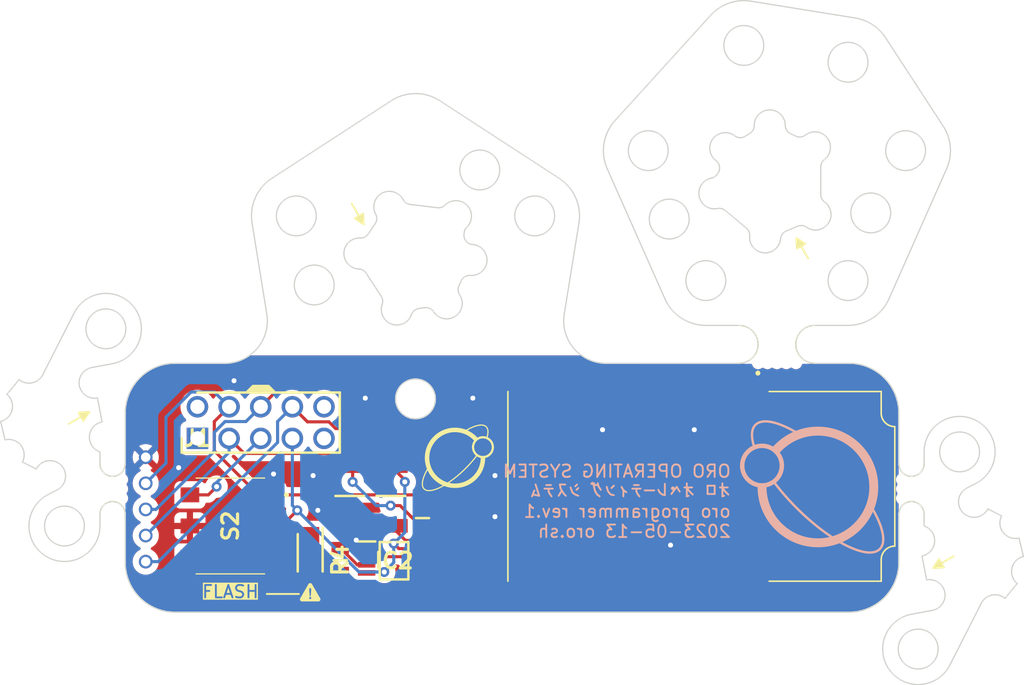
<source format=kicad_pcb>
(kicad_pcb (version 20221018) (generator pcbnew)
  (title_block (title "Oro Link Programmer") (date "2023-06-02") (rev "2") (company "Oro Operating System") (comment 1 "://oro.sh") (comment 2 "Joshua Lee Junon"))
  (layers (0 "F.Cu" signal) (31 "B.Cu" signal) (34 "B.Paste" user) (35 "F.Paste" user) (36 "B.SilkS" user "B.Silkscreen") (37 "F.SilkS" user "F.Silkscreen") (38 "B.Mask" user) (39 "F.Mask" user) (44 "Edge.Cuts" user))
  (net 0 "")
  (net 1 "Net-(IC2-THRESHOLD)")
  (net 2 "GND")
  (net 3 "/VREF")
  (net 4 "Net-(IC2-OUTPUT)")
  (net 7 "/SWO")
  (net 8 "/SWDIO")
  (net 9 "/SWCLK")
  (net 12 "/BOOT1")
  (net 13 "Net-(LED2-Pad1)")
  (net 35 "Net-(IC2-DISCHARGE)")
  (net 37 "/BOOT0")
  (footprint "SamacSys_Parts:HDRV10W67P254_2X5_1270X483X858P" (layer "F.Cu") (at 120.129701 111.310876)
    (fp_text reference "J1")
    (fp_text value "67996-110HLF" hide)
  )
  (footprint "OroProgrammer:STM32 STLINK V3MODS" (layer "F.Cu") (at 176.302201 106.678846 -90)
    (fp_text reference "M1" hide)
    (fp_text value "STM32 STLINK V3MODS")
  )
  (footprint "Oro Footprints:DebugPin" (layer "F.Cu") (at 115.973201 121.214596)
    (fp_text reference "DBG3" hide)
    (fp_text value "~")
  )
  (footprint "SamacSys_Parts:RESC5025X65N" (layer "F.Cu") (at 135.658201 115.937346 -90)
    (fp_text reference "R2" hide)
    (fp_text value "10k" hide)
  )
  (footprint "SamacSys_Parts:452403012014" (layer "F.Cu") (at 122.772866 118.350346 -90)
    (fp_text reference "S2")
    (fp_text value "452403012014" hide)
  )
  (footprint "SamacSys_Parts:CLM3CWKWCXAYA453" (layer "F.Cu") (at 129.181201 120.504876 -90)
    (fp_text reference "LED2" hide)
    (fp_text value "CLM3C-WKW-CXAYA453" hide)
  )
  (footprint "SamacSys_Parts:SOP65P490X110-8N" (layer "F.Cu") (at 135.912201 121.144346)
    (fp_text reference "IC2")
    (fp_text value "LMC555CMMX_NOPB" hide)
  )
  (footprint "Oro Footprints:DebugPin" (layer "F.Cu") (at 115.973201 114.921346)
    (fp_text reference "DBG1" hide)
    (fp_text value "~")
  )
  (footprint "SamacSys_Parts:CAPC2012X135N" (layer "F.Cu") (at 138.198201 117.715346 90)
    (fp_text reference "C1" hide)
    (fp_text value "10u" hide)
  )
  (footprint "SamacSys_Parts:RESC5025X65N" (layer "F.Cu") (at 132.356201 115.937346 90)
    (fp_text reference "R3" hide)
    (fp_text value "10k" hide)
  )
  (footprint "panelization:mouse-bite-3mm-slot" (layer "F.Cu") (at 166.656701 103.754906)
    (fp_text reference "mouse-bite-3mm-slot" hide)
    (fp_text value "VAL**" hide)
  )
  (footprint "SamacSys_Parts:RESC2012X60N" (layer "F.Cu") (at 131.594201 121.104876 -90)
    (fp_text reference "R4")
    (fp_text value "1k" hide)
  )
  (footprint "Oro Footprints:DebugPin" (layer "F.Cu") (at 115.973201 112.823596)
    (fp_text reference "DBG5" hide)
    (fp_text value "~")
  )
  (footprint "Oro Footprints:DebugPin" (layer "F.Cu") (at 115.973201 119.116846)
    (fp_text reference "DBG4" hide)
    (fp_text value "~")
  )
  (footprint "Oro Footprints:DebugPin" (layer "F.Cu") (at 115.973201 117.019096)
    (fp_text reference "DBG2" hide)
    (fp_text value "~")
  )
  (footprint "panelization:mouse-bite-2mm-slot" (layer "F.Cu") (at 113.316701 115.374876 -90)
    (fp_text reference "mouse-bite-2mm-slot" hide)
    (fp_text value "VAL**" hide)
  )
  (footprint "panelization:mouse-bite-2mm-slot" (layer "F.Cu") (at 177.457901 115.374876 90)
    (fp_text reference "mouse-bite-2mm-slot" hide)
    (fp_text value "VAL**" hide)
  )
  (gr_poly (pts (xy 165.624467 109.853669) (xy 165.546184 109.859983) (xy 165.470452 109.869721) (xy 165.397319 109.882888) (xy 165.326833 109.899491) (xy 165.259042 109.919536) (xy 165.193994 109.943028) (xy 165.131737 109.969975) (xy 165.072319 110.000381) (xy 165.015788 110.034253) (xy 164.962192 110.071597) (xy 164.911579 110.112419) (xy 164.863997 110.156725) (xy 164.819639 110.204368) (xy 164.778774 110.255048) (xy 164.741397 110.308719) (xy 164.707502 110.365333) (xy 164.677081 110.424841) (xy 164.65013 110.487196) (xy 164.626642 110.55235) (xy 164.606612 110.620255) (xy 164.590032 110.690863) (xy 164.576898 110.764127) (xy 164.567203 110.839998) (xy 164.56094 110.918429) (xy 164.558105 110.999372) (xy 164.558691 111.082779) (xy 164.562691 111.168602) (xy 164.5701 111.256794) (xy 164.578794 111.331615) (xy 164.589816 111.408073) (xy 164.603147 111.486134) (xy 164.618773 111.565761) (xy 164.636677 111.64692) (xy 164.656842 111.729574) (xy 164.679252 111.813689) (xy 164.703891 111.899229) (xy 164.593703 111.9562) (xy 164.488174 112.020497) (xy 164.38764 112.091781) (xy 164.29244 112.169714) (xy 164.202913 112.253958) (xy 164.119397 112.344175) (xy 164.042229 112.440026) (xy 163.971748 112.541175) (xy 163.908293 112.647282) (xy 163.852201 112.75801) (xy 163.80381 112.873021) (xy 163.76346 112.991976) (xy 163.731487 113.114538) (xy 163.708231 113.240369) (xy 163.694029 113.369129) (xy 163.68922 113.500483) (xy 163.690984 113.580137) (xy 163.696225 113.658893) (xy 163.70487 113.736677) (xy 163.716843 113.813415) (xy 163.73207 113.889032) (xy 163.750476 113.963452) (xy 163.771988 114.036603) (xy 163.796529 114.108409) (xy 163.824027 114.178795) (xy 163.854406 114.247687) (xy 163.887592 114.315011) (xy 163.92351 114.380691) (xy 163.962085 114.444654) (xy 164.003244 114.506825) (xy 164.046911 114.567128) (xy 164.093012 114.625491) (xy 164.141473 114.681837) (xy 164.192218 114.736093) (xy 164.245174 114.788184) (xy 164.300266 114.838035) (xy 164.357419 114.885572) (xy 164.416559 114.930721) (xy 164.477611 114.973406) (xy 164.5405 115.013553) (xy 164.605153 115.051087) (xy 164.671494 115.085935) (xy 164.73945 115.118021) (xy 164.808944 115.147271) (xy 164.879904 115.17361) (xy 164.952254 115.196964) (xy 165.02592 115.217258) (xy 165.100827 115.234417) (xy 165.108105 115.482753) (xy 165.127713 115.727826) (xy 165.159349 115.969335) (xy 165.202709 116.206976) (xy 165.257491 116.440446) (xy 165.323391 116.669442) (xy 165.400106 116.89366) (xy 165.487333 117.112799) (xy 165.584769 117.326554) (xy 165.692111 117.534623) (xy 165.809055 117.736702) (xy 165.935298 117.932488) (xy 166.070538 118.121679) (xy 166.214471 118.30397) (xy 166.366794 118.47906) (xy 166.527204 118.646644) (xy 166.695397 118.806421) (xy 166.871071 118.958085) (xy 167.053923 119.101336) (xy 167.243649 119.235868) (xy 167.439947 119.36138) (xy 167.642512 119.477568) (xy 167.851043 119.584129) (xy 168.065235 119.68076) (xy 168.284786 119.767158) (xy 168.509393 119.84302) (xy 168.738752 119.908042) (xy 168.97256 119.961922) (xy 169.210515 120.004356) (xy 169.452313 120.035041) (xy 169.697651 120.053675) (xy 169.946225 120.059953) (xy 170.060885 120.05862) (xy 170.174897 120.054642) (xy 170.28823 120.048048) (xy 170.400855 120.038867) (xy 170.512744 120.027129) (xy 170.623865 120.012862) (xy 170.73419 119.996097) (xy 170.84369 119.976863) (xy 170.952334 119.955189) (xy 171.060093 119.931104) (xy 171.166937 119.904639) (xy 171.272838 119.875821) (xy 171.377765 119.844682) (xy 171.481689 119.81125) (xy 171.58458 119.775554) (xy 171.68641 119.737624) (xy 171.842958 119.825446) (xy 171.997504 119.908719) (xy 172.149928 119.98739) (xy 172.300108 120.061403) (xy 172.447923 120.130705) (xy 172.593252 120.195242) (xy 172.735974 120.254959) (xy 172.875969 120.309802) (xy 173.013115 120.359717) (xy 173.147292 120.40465) (xy 173.278378 120.444546) (xy 173.406253 120.479351) (xy 173.530795 120.509012) (xy 173.651884 120.533473) (xy 173.769398 120.552682) (xy 173.883217 120.566582) (xy 173.971074 120.573831) (xy 174.056575 120.577689) (xy 174.139672 120.578152) (xy 174.220318 120.575211) (xy 174.298465 120.568863) (xy 174.374066 120.559099) (xy 174.447072 120.545915) (xy 174.517437 120.529303) (xy 174.585113 120.509258) (xy 174.650052 120.485773) (xy 174.712207 120.458842) (xy 174.771531 120.428459) (xy 174.827975 120.394617) (xy 174.881492 120.357312) (xy 174.932034 120.316535) (xy 174.979555 120.272281) (xy 175.024174 120.224353) (xy 175.065256 120.173346) (xy 175.102806 120.119309) (xy 175.136832 120.062292) (xy 175.16734 120.002343) (xy 175.194336 119.939512) (xy 175.217828 119.873849) (xy 175.237822 119.805402) (xy 175.254325 119.734221) (xy 175.267343 119.660356) (xy 175.276883 119.583855) (xy 175.282951 119.504769) (xy 175.285555 119.423145) (xy 175.285385 119.406391) (xy 175.095389 119.406391) (xy 175.093994 119.47659) (xy 175.089779 119.544655) (xy 175.082702 119.610533) (xy 175.072718 119.674172) (xy 175.059784 119.735521) (xy 175.043856 119.794526) (xy 175.02489 119.851137) (xy 175.002843 119.9053) (xy 174.977671 119.956964) (xy 174.94933 120.006076) (xy 174.917776 120.052585) (xy 174.882966 120.096438) (xy 174.844857 120.137584) (xy 174.804114 120.175346) (xy 174.760711 120.209869) (xy 174.7147 120.241195) (xy 174.666131 120.269366) (xy 174.615055 120.294427) (xy 174.561522 120.316418) (xy 174.505584 120.335383) (xy 174.447291 120.351365) (xy 174.386694 120.364406) (xy 174.323844 120.374549) (xy 174.258792 120.381837) (xy 174.191588 120.386311) (xy 174.122284 120.388016) (xy 174.050929 120.386993) (xy 173.977576 120.383286) (xy 173.902274 120.376936) (xy 173.798197 120.364305) (xy 173.690949 120.347015) (xy 173.580626 120.325117) (xy 173.467323 120.298663) (xy 173.351136 120.267707) (xy 173.232159 120.232298) (xy 173.110488 120.192491) (xy 172.986218 120.148337) (xy 172.859445 120.099888) (xy 172.730264 120.047196) (xy 172.598769 119.990314) (xy 172.465056 119.929293) (xy 172.329221 119.864186) (xy 172.191359 119.795045) (xy 172.051564 119.721921) (xy 171.909933 119.644868) (xy 172.110698 119.550077) (xy 172.306307 119.446486) (xy 172.496504 119.33435) (xy 172.648239 119.235329) (xy 170.882357 119.235329) (xy 170.768958 119.259977) (xy 170.654434 119.281489) (xy 170.53883 119.299818) (xy 170.422192 119.314917) (xy 170.304567 119.326742) (xy 170.186 119.335245) (xy 170.066537 119.34038) (xy 169.946225 119.342103) (xy 169.734562 119.336758) (xy 169.525653 119.320898) (xy 169.319756 119.29478) (xy 169.11713 119.258661) (xy 168.918032 119.212799) (xy 168.72272 119.157453) (xy 168.531453 119.092881) (xy 168.344488 119.01934) (xy 168.162083 118.937089) (xy 167.984496 118.846384) (xy 167.811986 118.747485) (xy 167.644809 118.640649) (xy 167.483224 118.526134) (xy 167.32749 118.404199) (xy 167.177863 118.2751) (xy 167.034602 118.139096) (xy 166.897965 117.996445) (xy 166.76821 117.847405) (xy 166.645595 117.692233) (xy 166.530377 117.531188) (xy 166.422815 117.364528) (xy 166.323166 117.19251) (xy 166.231689 117.015393) (xy 166.148642 116.833434) (xy 166.074282 116.646891) (xy 166.008868 116.456023) (xy 165.952656 116.261087) (xy 165.905907 116.062341) (xy 165.868876 115.860043) (xy 165.841823 115.654451) (xy 165.825005 115.445823) (xy 165.81868 115.234417) (xy 165.859735 115.225434) (xy 165.900429 115.215506) (xy 165.940752 115.204645) (xy 165.980692 115.192863) (xy 166.020235 115.180172) (xy 166.059371 115.166585) (xy 166.098087 115.152114) (xy 166.13637 115.136771) (xy 166.174209 115.120567) (xy 166.211592 115.103515) (xy 166.248506 115.085628) (xy 166.28494 115.066916) (xy 166.320881 115.047394) (xy 166.356317 115.027071) (xy 166.391236 115.005961) (xy 166.425626 114.984076) (xy 166.616489 115.230146) (xy 166.815412 115.477513) (xy 167.02221 115.725808) (xy 167.2367 115.974664) (xy 167.458701 116.223713) (xy 167.688028 116.472589) (xy 167.924499 116.720924) (xy 168.16793 116.968351) (xy 168.508763 117.301657) (xy 168.851064 117.621624) (xy 169.19388 117.92779) (xy 169.536259 118.219688) (xy 169.877248 118.496856) (xy 170.215896 118.758828) (xy 170.55125 119.005141) (xy 170.882357 119.235329) (xy 172.648239 119.235329) (xy 172.681032 119.213928) (xy 172.859635 119.085476) (xy 173.032054 118.949251) (xy 173.198035 118.805509) (xy 173.357318 118.654507) (xy 173.509649 118.496503) (xy 173.65477 118.331753) (xy 173.792424 118.160514) (xy 173.922354 117.983042) (xy 174.044303 117.799595) (xy 174.158016 117.610429) (xy 174.263234 117.415801) (xy 174.359701 117.215968) (xy 174.507304 117.493471) (xy 174.639367 117.763431) (xy 174.755491 118.025111) (xy 174.807451 118.152616) (xy 174.855278 118.277774) (xy 174.898921 118.400494) (xy 174.938331 118.520682) (xy 174.973457 118.638248) (xy 175.00425 118.753099) (xy 175.030661 118.865142) (xy 175.052639 118.974287) (xy 175.070135 119.080439) (xy 175.083098 119.183508) (xy 175.089898 119.259798) (xy 175.094009 119.33411) (xy 175.095389 119.406391) (xy 175.285385 119.406391) (xy 175.2847 119.339034) (xy 175.280395 119.252486) (xy 175.272644 119.163548) (xy 175.25838 119.050842) (xy 175.23895 118.934546) (xy 175.214408 118.814778) (xy 175.184804 118.691652) (xy 175.150191 118.565286) (xy 175.110621 118.435796) (xy 175.066147 118.303296) (xy 175.01682 118.167904) (xy 174.962693 118.029736) (xy 174.903818 117.888907) (xy 174.840246 117.745533) (xy 174.77203 117.599732) (xy 174.621875 117.301309) (xy 174.45377 116.994565) (xy 174.493503 116.890678) (xy 174.530903 116.785657) (xy 174.565938 116.679536) (xy 174.598576 116.572346) (xy 174.628785 116.46412) (xy 174.656534 116.35489) (xy 174.681791 116.244688) (xy 174.704525 116.133547) (xy 174.724702 116.021498) (xy 174.742292 115.908574) (xy 174.757264 115.794807) (xy 174.769584 115.680229) (xy 174.779222 115.564873) (xy 174.786145 115.44877) (xy 174.790323 115.331953) (xy 174.791722 115.214454) (xy 174.073872 115.214454) (xy 174.070255 115.388649) (xy 174.0595 115.561013) (xy 174.041749 115.731404) (xy 174.017147 115.899678) (xy 173.985836 116.065693) (xy 173.94796 116.229304) (xy 173.853085 116.548743) (xy 173.733667 116.856849) (xy 173.590853 117.152476) (xy 173.425789 117.434476) (xy 173.239621 117.701704) (xy 173.033495 117.953012) (xy 172.808557 118.187253) (xy 172.565954 118.403282) (xy 172.30683 118.599951) (xy 172.032333 118.776115) (xy 171.743608 118.930625) (xy 171.441801 119.062336) (xy 171.128059 119.170101) (xy 170.784924 118.937042) (xy 170.436725 118.686033) (xy 170.084557 118.417621) (xy 169.72952 118.132352) (xy 169.372711 117.830773) (xy 169.015227 117.513433) (xy 168.658167 117.180877) (xy 168.302627 116.833653) (xy 168.061913 116.588966) (xy 167.828071 116.343397) (xy 167.60128 116.097304) (xy 167.38172 115.851043) (xy 167.16957 115.604971) (xy 166.96501 115.359445) (xy 166.76822 115.114821) (xy 166.57938 114.871457) (xy 166.652134 114.808597) (xy 166.721362 114.741942) (xy 166.786903 114.671654) (xy 166.848596 114.597893) (xy 166.906279 114.52082) (xy 166.959791 114.440596) (xy 167.008971 114.357383) (xy 167.053659 114.271341) (xy 167.093693 114.182631) (xy 167.128911 114.091414) (xy 167.159154 113.997851) (xy 167.184259 113.902103) (xy 167.204065 113.804331) (xy 167.218412 113.704697) (xy 167.227139 113.60336) (xy 167.230083 113.500483) (xy 166.871158 113.500483) (xy 166.86932 113.573074) (xy 166.863865 113.644718) (xy 166.854882 113.715325) (xy 166.84246 113.784806) (xy 166.826689 113.853072) (xy 166.807656 113.920034) (xy 166.785452 113.985604) (xy 166.760164 114.049692) (xy 166.731882 114.112209) (xy 166.700695 114.173067) (xy 166.666692 114.232176) (xy 166.629962 114.289448) (xy 166.590594 114.344793) (xy 166.548676 114.398123) (xy 166.504298 114.449348) (xy 166.457549 114.498379) (xy 166.408517 114.545129) (xy 166.357292 114.589507) (xy 166.303963 114.631425) (xy 166.248618 114.670793) (xy 166.191346 114.707523) (xy 166.132237 114.741526) (xy 166.071379 114.772713) (xy 166.008862 114.800995) (xy 165.944774 114.826283) (xy 165.879204 114.848487) (xy 165.812242 114.86752) (xy 165.743975 114.883292) (xy 165.674494 114.895713) (xy 165.603887 114.904696) (xy 165.532244 114.910151) (xy 165.459652 114.911989) (xy 165.38706 114.910151) (xy 165.315417 114.904696) (xy 165.24481 114.895713) (xy 165.175329 114.883292) (xy 165.107063 114.86752) (xy 165.040101 114.848487) (xy 164.974531 114.826283) (xy 164.910443 114.800995) (xy 164.847926 114.772713) (xy 164.787068 114.741526) (xy 164.727959 114.707523) (xy 164.670687 114.670793) (xy 164.615342 114.631425) (xy 164.562013 114.589507) (xy 164.510788 114.545129) (xy 164.461756 114.498379) (xy 164.415006 114.449348) (xy 164.370628 114.398123) (xy 164.328711 114.344793) (xy 164.289342 114.289448) (xy 164.252612 114.232176) (xy 164.218609 114.173067) (xy 164.187422 114.112209) (xy 164.15914 114.049692) (xy 164.133852 113.985604) (xy 164.111648 113.920034) (xy 164.092615 113.853072) (xy 164.076843 113.784806) (xy 164.064422 113.715325) (xy 164.055439 113.644718) (xy 164.049984 113.573074) (xy 164.048146 113.500483) (xy 164.049984 113.427891) (xy 164.055439 113.356247) (xy 164.064422 113.28564) (xy 164.076843 113.216159) (xy 164.092615 113.147893) (xy 164.111648 113.08093) (xy 164.133852 113.015361) (xy 164.15914 112.951273) (xy 164.187422 112.888755) (xy 164.218609 112.827898) (xy 164.252612 112.768788) (xy 164.289342 112.711517) (xy 164.328711 112.656172) (xy 164.370628 112.602842) (xy 164.415006 112.551617) (xy 164.461756 112.502585) (xy 164.510788 112.455836) (xy 164.562013 112.411458) (xy 164.615342 112.36954) (xy 164.670687 112.330172) (xy 164.727959 112.293442) (xy 164.787068 112.259439) (xy 164.847926 112.228252) (xy 164.910443 112.19997) (xy 164.974531 112.174683) (xy 165.040101 112.152478) (xy 165.107063 112.133446) (xy 165.175329 112.117674) (xy 165.24481 112.105252) (xy 165.315417 112.09627) (xy 165.38706 112.090815) (xy 165.459652 112.088977) (xy 165.532244 112.090815) (xy 165.603887 112.09627) (xy 165.674494 112.105252) (xy 165.743975 112.117674) (xy 165.812242 112.133446) (xy 165.879204 112.152478) (xy 165.944774 112.174683) (xy 166.008862 112.19997) (xy 166.071379 112.228252) (xy 166.132237 112.259439) (xy 166.191346 112.293442) (xy 166.248618 112.330172) (xy 166.303963 112.36954) (xy 166.357292 112.411458) (xy 166.408517 112.455836) (xy 166.457549 112.502585) (xy 166.504298 112.551617) (xy 166.548676 112.602842) (xy 166.590594 112.656172) (xy 166.629962 112.711517) (xy 166.666692 112.768788) (xy 166.700695 112.827898) (xy 166.731882 112.888755) (xy 166.760164 112.951273) (xy 166.785452 113.015361) (xy 166.807656 113.08093) (xy 166.826689 113.147893) (xy 166.84246 113.216159) (xy 166.854882 113.28564) (xy 166.863865 113.356247) (xy 166.86932 113.427891) (xy 166.871158 113.500483) (xy 167.230083 113.500483) (xy 167.228583 113.427004) (xy 167.224121 113.354285) (xy 167.216757 113.282383) (xy 167.206548 113.211358) (xy 167.193553 113.141267) (xy 167.17783 113.072168) (xy 167.159439 113.004119) (xy 167.138437 112.937178) (xy 167.114883 112.871403) (xy 167.088835 112.806852) (xy 167.060353 112.743584) (xy 167.029493 112.681656) (xy 166.996316 112.621126) (xy 166.960879 112.562053) (xy 166.923241 112.504494) (xy 166.88346 112.448507) (xy 167.029042 112.295427) (xy 167.182206 112.14994) (xy 167.342638 112.012361) (xy 167.510021 111.883005) (xy 167.684042 111.762187) (xy 167.864385 111.650223) (xy 168.050735 111.547427) (xy 168.242777 111.454114) (xy 168.440196 111.370599) (xy 168.642677 111.297197) (xy 168.849906 111.234224) (xy 169.061566 111.181994) (xy 169.277343 111.140823) (xy 169.496922 111.111024) (xy 169.719987 111.092914) (xy 169.946225 111.086808) (xy 170.158496 111.092183) (xy 170.367995 111.108135) (xy 170.574463 111.134405) (xy 170.77764 111.170731) (xy 170.977266 111.216854) (xy 171.173079 111.272513) (xy 171.364821 111.337448) (xy 171.552231 111.411399) (xy 171.735048 111.494106) (xy 171.913013 111.585308) (xy 172.085864 111.684745) (xy 172.253343 111.792158) (xy 172.415189 111.907285) (xy 172.571141 112.029867) (xy 172.72094 112.159644) (xy 172.864325 112.296355) (xy 173.001036 112.43974) (xy 173.130812 112.589538) (xy 173.253394 112.745491) (xy 173.368522 112.907336) (xy 173.475934 113.074815) (xy 173.575372 113.247667) (xy 173.666574 113.425632) (xy 173.749281 113.608449) (xy 173.823232 113.795858) (xy 173.888167 113.9876) (xy 173.943826 114.183414) (xy 173.989949 114.383039) (xy 174.026275 114.586216) (xy 174.052544 114.792685) (xy 174.068497 115.002184) (xy 174.073872 115.214454) (xy 174.791722 115.214454) (xy 174.785412 114.965264) (xy 174.766686 114.719326) (xy 174.735848 114.476947) (xy 174.693205 114.238433) (xy 174.639062 114.004088) (xy 174.573724 113.774218) (xy 174.497497 113.549128) (xy 174.410687 113.329125) (xy 174.313597 113.114513) (xy 174.206535 112.905597) (xy 174.089806 112.702684) (xy 173.963714 112.506079) (xy 173.828566 112.316086) (xy 173.684666 112.133012) (xy 173.532321 111.957163) (xy 173.371836 111.788842) (xy 173.203515 111.628357) (xy 173.027666 111.476012) (xy 172.844592 111.332112) (xy 172.6546 111.196964) (xy 172.457994 111.070872) (xy 172.255081 110.954143) (xy 172.046166 110.847081) (xy 171.933561 110.796139) (xy 167.955398 110.796139) (xy 167.841019 110.849632) (xy 167.728281 110.905993) (xy 167.617231 110.965175) (xy 167.507917 111.02713) (xy 167.400386 111.091811) (xy 167.294687 111.15917) (xy 167.190866 111.22916) (xy 167.088972 111.301733) (xy 166.989052 111.376842) (xy 166.891154 111.454439) (xy 166.795326 111.534476) (xy 166.701616 111.616906) (xy 166.610071 111.701681) (xy 166.520738 111.788754) (xy 166.433666 111.878077) (xy 166.348903 111.969603) (xy 166.299393 111.941807) (xy 166.248923 111.91557) (xy 166.197526 111.890925) (xy 166.145233 111.867903) (xy 166.092077 111.846537) (xy 166.03809 111.82686) (xy 165.983305 111.808903) (xy 165.927755 111.792699) (xy 165.87147 111.77828) (xy 165.814484 111.765679) (xy 165.756829 111.754927) (xy 165.698538 111.746058) (xy 165.639642 111.739104) (xy 165.580174 111.734096) (xy 165.520166 111.731068) (xy 165.459652 111.730052) (xy 165.421729 111.730451) (xy 165.383999 111.731643) (xy 165.30915 111.736373) (xy 165.235171 111.744178) (xy 165.162127 111.754992) (xy 165.090085 111.76875) (xy 165.019111 111.785387) (xy 164.94927 111.804839) (xy 164.88063 111.82704) (xy 164.858478 111.748787) (xy 164.838305 111.67178) (xy 164.820127 111.596046) (xy 164.803957 111.521614) (xy 164.78981 111.448509) (xy 164.7777 111.376759) (xy 164.767641 111.306392) (xy 164.759646 111.237435) (xy 164.753171 111.161835) (xy 164.749349 111.088194) (xy 164.748225 111.016561) (xy 164.749842 110.946989) (xy 164.754242 110.879529) (xy 164.761469 110.81423) (xy 164.771565 110.751146) (xy 164.784575 110.690326) (xy 164.800541 110.631821) (xy 164.819506 110.575684) (xy 164.841513 110.521964) (xy 164.866606 110.470713) (xy 164.894828 110.421983) (xy 164.926221 110.375824) (xy 164.960829 110.332287) (xy 164.998695 110.291423) (xy 165.039499 110.253608) (xy 165.082968 110.21904) (xy 165.129054 110.187675) (xy 165.177703 110.159473) (xy 165.228867 110.134389) (xy 165.282493 110.112383) (xy 165.338531 110.09341) (xy 165.39693 110.077429) (xy 165.457638 110.064397) (xy 165.520606 110.054271) (xy 165.585781 110.04701) (xy 165.653114 110.04257) (xy 165.722552 110.040908) (xy 165.794046 110.041983) (xy 165.867544 110.045752) (xy 165.942995 110.052173) (xy 166.048023 110.065013) (xy 166.156273 110.08259) (xy 166.267645 110.104849) (xy 166.382043 110.131739) (xy 166.499369 110.163205) (xy 166.619526 110.199195) (xy 166.742417 110.239654) (xy 166.867945 110.28453) (xy 166.996011 110.333769) (xy 167.12652 110.387319) (xy 167.259372 110.445125) (xy 167.394472 110.507134) (xy 167.531722 110.573293) (xy 167.671025 110.64355) (xy 167.812282 110.717849) (xy 167.955398 110.796139) (xy 171.933561 110.796139) (xy 171.831554 110.749991) (xy 171.611551 110.663181) (xy 171.386461 110.586954) (xy 171.156591 110.521616) (xy 170.922246 110.467473) (xy 170.683732 110.42483) (xy 170.441353 110.393992) (xy 170.195416 110.375266) (xy 169.946225 110.368956) (xy 169.829516 110.370336) (xy 169.713481 110.374458) (xy 169.598149 110.38129) (xy 169.483553 110.390801) (xy 169.369722 110.40296) (xy 169.256688 110.417737) (xy 169.144481 110.4351) (xy 169.033132 110.455019) (xy 168.922671 110.477463) (xy 168.813129 110.502401) (xy 168.704537 110.529803) (xy 168.596926 110.559636) (xy 168.490326 110.591871) (xy 168.384768 110.626476) (xy 168.280283 110.663422) (xy 168.176902 110.702676) (xy 168.019038 110.613691) (xy 167.863193 110.529314) (xy 167.709488 110.449597) (xy 167.558048 110.374597) (xy 167.408994 110.304368) (xy 167.262451 110.238966) (xy 167.118542 110.178445) (xy 166.977388 110.122862) (xy 166.839114 110.07227) (xy 166.703842 110.026725) (xy 166.571696 109.986282) (xy 166.442797 109.950996) (xy 166.317271 109.920923) (xy 166.195239 109.896117) (xy 166.076824 109.876633) (xy 165.96215 109.862527) (xy 165.874143 109.855207) (xy 165.788495 109.851287) (xy 165.705253 109.850772)) (fill solid) (layer "B.SilkS"))
  (gr_line (start 179.748148 121.412) (end 180.848 120.777) (stroke (width 0.15)) (layer "F.SilkS"))
  (gr_poly (pts (xy 180.048633 121.678456) (xy 179.198222 121.7295) (xy 179.667633 121.018544)) (stroke (width 0.15)) (fill solid) (layer "F.SilkS"))
  (gr_poly (pts (xy 168.262544 96.058485) (xy 168.2115 95.208074) (xy 168.922456 95.677485)) (stroke (width 0.15)) (fill solid) (layer "F.SilkS"))
  (gr_line (start 133.1595 93.557074) (end 132.5245 92.457222) (stroke (width 0.15)) (layer "F.SilkS"))
  (gr_poly (pts (xy 133.425956 93.256589) (xy 133.477 94.107) (xy 132.766044 93.637589)) (stroke (width 0.15)) (fill solid) (layer "F.SilkS"))
  (gr_line (start 168.529 95.758) (end 169.164 96.857852) (stroke (width 0.15)) (layer "F.SilkS"))
  (gr_line (start 110.891963 109.50575) (end 109.792111 110.14075) (stroke (width 0.15)) (layer "F.SilkS"))
  (gr_poly (pts (xy 129.186742 122.939885) (xy 129.192254 122.940161) (xy 129.197733 122.940618) (xy 129.203175 122.941255) (xy 129.208576 122.942069) (xy 129.213933 122.943057) (xy 129.219241 122.944218) (xy 129.224498 122.945549) (xy 129.229698 122.947048) (xy 129.234838 122.948713) (xy 129.239915 122.950542) (xy 129.244924 122.952532) (xy 129.249862 122.954681) (xy 129.254724 122.956987) (xy 129.259507 122.959448) (xy 129.264208 122.962062) (xy 129.268821 122.964826) (xy 129.273344 122.967738) (xy 129.277773 122.970796) (xy 129.282103 122.973997) (xy 129.286331 122.97734) (xy 129.290453 122.980822) (xy 129.294465 122.984441) (xy 129.298363 122.988195) (xy 129.302144 122.992082) (xy 129.305804 122.996099) (xy 129.309338 123.000244) (xy 129.312743 123.004515) (xy 129.316016 123.008909) (xy 129.319151 123.013425) (xy 129.322146 123.018061) (xy 129.324997 123.022813) (xy 129.982788 124.162135) (xy 129.985439 124.166907) (xy 129.987928 124.171754) (xy 129.990253 124.176673) (xy 129.992412 124.181658) (xy 129.994405 124.186706) (xy 129.996231 124.191813) (xy 129.997889 124.196973) (xy 129.999376 124.202184) (xy 130.000693 124.20744) (xy 130.001838 124.212738) (xy 130.00281 124.218074) (xy 130.003608 124.223442) (xy 130.00423 124.228839) (xy 130.004676 124.234261) (xy 130.004945 124.239703) (xy 130.005034 124.245161) (xy 130.004816 124.253652) (xy 130.00417 124.262037) (xy 130.003106 124.270307) (xy 130.001636 124.278449) (xy 129.999769 124.286454) (xy 129.997516 124.29431) (xy 129.99489 124.302007) (xy 129.991899 124.309534) (xy 129.988555 124.316881) (xy 129.98487 124.324036) (xy 129.980852 124.330989) (xy 129.976514 124.337728) (xy 129.971866 124.344244) (xy 129.966919 124.350526) (xy 129.961684 124.356562) (xy 129.95617 124.362342) (xy 129.95039 124.367855) (xy 129.944354 124.37309) (xy 129.938073 124.378037) (xy 129.931557 124.382685) (xy 129.924817 124.387023) (xy 129.917864 124.39104) (xy 129.910709 124.394726) (xy 129.903363 124.398069) (xy 129.895836 124.401059) (xy 129.888139 124.403686) (xy 129.880283 124.405938) (xy 129.872278 124.407805) (xy 129.864136 124.409276) (xy 129.855867 124.410339) (xy 129.847482 124.410986) (xy 129.838992 124.411203) (xy 128.52341 124.411203) (xy 128.51492 124.410986) (xy 128.506535 124.410339) (xy 128.498266 124.409275) (xy 128.490124 124.407805) (xy 128.482119 124.405938) (xy 128.474263 124.403686) (xy 128.466566 124.401059) (xy 128.459039 124.398068) (xy 128.451693 124.394725) (xy 128.444538 124.391039) (xy 128.437585 124.387021) (xy 128.430845 124.382683) (xy 128.42433 124.378035) (xy 128.418048 124.373088) (xy 128.412012 124.367853) (xy 128.406232 124.362339) (xy 128.400719 124.356559) (xy 128.395483 124.350523) (xy 128.390536 124.344242) (xy 128.385888 124.337726) (xy 128.38155 124.330986) (xy 128.377533 124.324033) (xy 128.373847 124.316878) (xy 128.370503 124.309532) (xy 128.367513 124.302005) (xy 128.364886 124.294308) (xy 128.362634 124.286452) (xy 128.360767 124.278447) (xy 128.359296 124.270305) (xy 128.358232 124.262037) (xy 128.357586 124.253652) (xy 128.357368 124.245161) (xy 128.357458 124.239703) (xy 128.357726 124.234261) (xy 128.358172 124.228839) (xy 128.358795 124.223442) (xy 128.359592 124.218074) (xy 128.360564 124.212739) (xy 128.361709 124.207441) (xy 128.363026 124.202185) (xy 128.364514 124.196974) (xy 128.366171 124.191814) (xy 128.367997 124.186708) (xy 128.36999 124.18166) (xy 128.37215 124.176676) (xy 128.374474 124.171758) (xy 128.376963 124.166912) (xy 128.379614 124.162141) (xy 128.437414 124.062028) (xy 129.105118 124.062028) (xy 129.105118 124.2142) (xy 129.257285 124.2142) (xy 129.257285 124.062028) (xy 129.105118 124.062028) (xy 128.437414 124.062028) (xy 128.841946 123.361353) (xy 129.105118 123.361353) (xy 129.105118 123.566071) (xy 129.145287 123.999882) (xy 129.21711 123.999882) (xy 129.257285 123.566071) (xy 129.257285 123.361353) (xy 129.105118 123.361353) (xy 128.841946 123.361353) (xy 129.0374 123.022813) (xy 129.043247 123.013425) (xy 129.049655 123.004515) (xy 129.056595 122.996099) (xy 129.064036 122.988195) (xy 129.071947 122.980822) (xy 129.080297 122.973997) (xy 129.089056 122.967738) (xy 129.098192 122.962062) (xy 129.107676 122.956987) (xy 129.117476 122.952532) (xy 129.127561 122.948713) (xy 129.137902 122.945549) (xy 129.148467 122.943057) (xy 129.159226 122.941255) (xy 129.170147 122.940161) (xy 129.181201 122.939792)) (fill solid) (layer "F.SilkS"))
  (gr_poly (pts (xy 142.969155 110.193586) (xy 143.008297 110.196744) (xy 143.046163 110.201612) (xy 143.08273 110.208196) (xy 143.117973 110.216498) (xy 143.151868 110.22652) (xy 143.184392 110.238266) (xy 143.215521 110.251739) (xy 143.24523 110.266942) (xy 143.273495 110.283878) (xy 143.300293 110.302551) (xy 143.3256 110.322962) (xy 143.349391 110.345115) (xy 143.37157 110.368936) (xy 143.392002 110.394276) (xy 143.41069 110.421112) (xy 143.427638 110.449418) (xy 143.442848 110.479172) (xy 143.456324 110.51035) (xy 143.468068 110.542927) (xy 143.478083 110.576879) (xy 143.486373 110.612183) (xy 143.49294 110.648815) (xy 143.497788 110.686751) (xy 143.500919 110.725967) (xy 143.502336 110.766438) (xy 143.502044 110.808142) (xy 143.500044 110.851053) (xy 143.496339 110.895149) (xy 143.491992 110.932559) (xy 143.486481 110.970789) (xy 143.479815 111.009819) (xy 143.472002 111.049633) (xy 143.46305 111.090212) (xy 143.452968 111.131539) (xy 143.441763 111.173597) (xy 143.429444 111.216366) (xy 143.484537 111.244852) (xy 143.537302 111.277001) (xy 143.587569 111.312642) (xy 143.635169 111.351609) (xy 143.679932 111.393731) (xy 143.721691 111.438839) (xy 143.760274 111.486765) (xy 143.795515 111.537339) (xy 143.827243 111.590393) (xy 143.855289 111.645757) (xy 143.879484 111.703263) (xy 143.899659 111.76274) (xy 143.915645 111.824021) (xy 143.927273 111.886936) (xy 143.934374 111.951317) (xy 143.936779 112.016993) (xy 143.935897 112.05682) (xy 143.933276 112.096198) (xy 143.928954 112.135091) (xy 143.922968 112.17346) (xy 143.915354 112.211268) (xy 143.906151 112.248478) (xy 143.895395 112.285053) (xy 143.883124 112.320956) (xy 143.869375 112.356149) (xy 143.854186 112.390596) (xy 143.837593 112.424257) (xy 143.819634 112.457098) (xy 143.800346 112.489079) (xy 143.779767 112.520164) (xy 143.757934 112.550316) (xy 143.734883 112.579497) (xy 143.710653 112.607671) (xy 143.68528 112.634799) (xy 143.658802 112.660844) (xy 143.631256 112.68577) (xy 143.60268 112.709538) (xy 143.57311 112.732112) (xy 143.542584 112.753455) (xy 143.511139 112.773528) (xy 143.478812 112.792296) (xy 143.445642 112.809719) (xy 143.411664 112.825762) (xy 143.376917 112.840387) (xy 143.341437 112.853557) (xy 143.305262 112.865234) (xy 143.268429 112.875381) (xy 143.230976 112.883961) (xy 143.227337 113.008128) (xy 143.217533 113.130665) (xy 143.201714 113.251419) (xy 143.180034 113.37024) (xy 143.152643 113.486975) (xy 143.119693 113.601473) (xy 143.081336 113.713582) (xy 143.037722 113.823151) (xy 142.989004 113.930029) (xy 142.935334 114.034063) (xy 142.876862 114.135103) (xy 142.81374 114.232996) (xy 142.74612 114.327591) (xy 142.674154 114.418737) (xy 142.597992 114.506282) (xy 142.517787 114.590074) (xy 142.43369 114.669962) (xy 142.345853 114.745795) (xy 142.254427 114.81742) (xy 142.159564 114.884686) (xy 142.061416 114.947442) (xy 141.960133 115.005536) (xy 141.855868 115.058817) (xy 141.748771 115.107132) (xy 141.638996 115.150331) (xy 141.526693 115.188262) (xy 141.412013 115.220773) (xy 141.295109 115.247713) (xy 141.176131 115.26893) (xy 141.055233 115.284273) (xy 140.932564 115.293589) (xy 140.808276 115.296729) (xy 140.750946 115.296062) (xy 140.693941 115.294073) (xy 140.637274 115.290776) (xy 140.580961 115.286185) (xy 140.525017 115.280316) (xy 140.469456 115.273183) (xy 140.414294 115.264801) (xy 140.359544 115.255183) (xy 140.305222 115.244346) (xy 140.251343 115.232304) (xy 140.19792 115.219071) (xy 140.14497 115.204663) (xy 140.092506 115.189093) (xy 140.040544 115.172377) (xy 139.989099 115.154529) (xy 139.938184 115.135564) (xy 139.85991 115.179475) (xy 139.782637 115.221112) (xy 139.706425 115.260447) (xy 139.631335 115.297454) (xy 139.557428 115.332105) (xy 139.484763 115.364373) (xy 139.413402 115.394231) (xy 139.343404 115.421653) (xy 139.274831 115.44661) (xy 139.207743 115.469077) (xy 139.1422 115.489025) (xy 139.078263 115.506428) (xy 139.015992 115.521258) (xy 138.955447 115.533489) (xy 138.89669 115.543093) (xy 138.839781 115.550043) (xy 138.795852 115.553667) (xy 138.753102 115.555597) (xy 138.711553 115.555828) (xy 138.67123 115.554358) (xy 138.632156 115.551183) (xy 138.594356 115.546302) (xy 138.557853 115.539709) (xy 138.52267 115.531403) (xy 138.488832 115.521381) (xy 138.456363 115.509638) (xy 138.425285 115.496173) (xy 138.395624 115.480981) (xy 138.367402 115.464061) (xy 138.340643 115.445408) (xy 138.315372 115.425019) (xy 138.291612 115.402893) (xy 138.269302 115.378929) (xy 138.248761 115.353425) (xy 138.229986 115.326407) (xy 138.212973 115.297898) (xy 138.197719 115.267923) (xy 138.184221 115.236508) (xy 138.172475 115.203676) (xy 138.162478 115.169453) (xy 138.154227 115.133863) (xy 138.147718 115.09693) (xy 138.142948 115.05868) (xy 138.139914 115.019136) (xy 138.138612 114.978325) (xy 138.138697 114.969948) (xy 138.233694 114.969948) (xy 138.234392 115.005047) (xy 138.236499 115.039079) (xy 138.240038 115.072018) (xy 138.24503 115.103838) (xy 138.251497 115.134512) (xy 138.259461 115.164015) (xy 138.268944 115.19232) (xy 138.279968 115.219402) (xy 138.292554 115.245234) (xy 138.306724 115.26979) (xy 138.322501 115.293045) (xy 138.339906 115.314971) (xy 138.358961 115.335544) (xy 138.379332 115.354425) (xy 138.401033 115.371686) (xy 138.424039 115.387349) (xy 138.448323 115.401435) (xy 138.473862 115.413965) (xy 138.500628 115.424961) (xy 138.528597 115.434444) (xy 138.557744 115.442435) (xy 138.588042 115.448955) (xy 138.619467 115.454027) (xy 138.651993 115.45767) (xy 138.685595 115.459908) (xy 138.720247 115.46076) (xy 138.755924 115.460249) (xy 138.792601 115.458395) (xy 138.830252 115.45522) (xy 138.882291 115.448905) (xy 138.935915 115.44026) (xy 138.991076 115.42931) (xy 139.047727 115.416084) (xy 139.105821 115.400605) (xy 139.165309 115.382901) (xy 139.226145 115.362998) (xy 139.28828 115.34092) (xy 139.351666 115.316696) (xy 139.416257 115.29035) (xy 139.482005 115.261909) (xy 139.548861 115.231398) (xy 139.616778 115.198845) (xy 139.68571 115.164274) (xy 139.755607 115.127713) (xy 139.826423 115.089186) (xy 139.72604 115.041791) (xy 139.628236 114.989995) (xy 139.533137 114.933927) (xy 139.45727 114.884417) (xy 140.340211 114.884417) (xy 140.39691 114.896741) (xy 140.454172 114.907496) (xy 140.511974 114.916661) (xy 140.570293 114.924211) (xy 140.629106 114.930123) (xy 140.688389 114.934374) (xy 140.74812 114.936942) (xy 140.808276 114.937803) (xy 140.914108 114.935131) (xy 141.018563 114.927201) (xy 141.121511 114.914142) (xy 141.222824 114.896082) (xy 141.322373 114.873152) (xy 141.420029 114.845479) (xy 141.515663 114.813193) (xy 141.609145 114.776422) (xy 141.700348 114.735296) (xy 141.789141 114.689944) (xy 141.875396 114.640495) (xy 141.958985 114.587077) (xy 142.039777 114.529819) (xy 142.117644 114.468851) (xy 142.192457 114.404302) (xy 142.264088 114.3363) (xy 142.332406 114.264974) (xy 142.397284 114.190454) (xy 142.458592 114.112868) (xy 142.516201 114.032346) (xy 142.569982 113.949016) (xy 142.619806 113.863007) (xy 142.665544 113.774448) (xy 142.707068 113.683469) (xy 142.744248 113.590198) (xy 142.776955 113.494763) (xy 142.805061 113.397295) (xy 142.828436 113.297922) (xy 142.846951 113.196773) (xy 142.860477 113.093978) (xy 142.868886 112.989664) (xy 142.872049 112.883961) (xy 142.851522 112.879469) (xy 142.831174 112.874505) (xy 142.811013 112.869074) (xy 142.791043 112.863183) (xy 142.771271 112.856838) (xy 142.751703 112.850045) (xy 142.732346 112.842809) (xy 142.713204 112.835137) (xy 142.694284 112.827035) (xy 142.675593 112.81851) (xy 142.657136 112.809566) (xy 142.638919 112.80021) (xy 142.620949 112.790449) (xy 142.603231 112.780288) (xy 142.585771 112.769733) (xy 142.568576 112.75879) (xy 142.473144 112.881825) (xy 142.373683 113.005508) (xy 142.270284 113.129656) (xy 142.163039 113.254084) (xy 142.052039 113.378609) (xy 141.937375 113.503047) (xy 141.81914 113.627214) (xy 141.697424 113.750927) (xy 141.527008 113.91758) (xy 141.355857 114.077564) (xy 141.184449 114.230647) (xy 141.01326 114.376596) (xy 140.842765 114.51518) (xy 140.673441 114.646166) (xy 140.505764 114.769322) (xy 140.340211 114.884417) (xy 139.45727 114.884417) (xy 139.440873 114.873716) (xy 139.351572 114.80949) (xy 139.265362 114.741377) (xy 139.182372 114.669506) (xy 139.10273 114.594006) (xy 139.026564 114.515004) (xy 138.954004 114.432629) (xy 138.885177 114.347009) (xy 138.820212 114.258273) (xy 138.759237 114.166549) (xy 138.702381 114.071966) (xy 138.649772 113.974652) (xy 138.601539 113.874736) (xy 138.527737 114.013488) (xy 138.461706 114.148468) (xy 138.403644 114.279308) (xy 138.377663 114.34306) (xy 138.35375 114.405639) (xy 138.331928 114.466999) (xy 138.312224 114.527093) (xy 138.29466 114.585876) (xy 138.279264 114.643301) (xy 138.266059 114.699323) (xy 138.25507 114.753895) (xy 138.246322 114.806972) (xy 138.23984 114.858506) (xy 138.23644 114.896651) (xy 138.234384 114.933807) (xy 138.233694 114.969948) (xy 138.138697 114.969948) (xy 138.139039 114.936269) (xy 138.141192 114.892995) (xy 138.145067 114.848526) (xy 138.152199 114.792173) (xy 138.161914 114.734025) (xy 138.174185 114.674141) (xy 138.188987 114.612578) (xy 138.206293 114.549395) (xy 138.226078 114.48465) (xy 138.248315 114.4184) (xy 138.272979 114.350704) (xy 138.300042 114.28162) (xy 138.32948 114.211205) (xy 138.361266 114.139519) (xy 138.395374 114.066618) (xy 138.470451 113.917406) (xy 138.554504 113.764035) (xy 138.534638 113.712091) (xy 138.515938 113.65958) (xy 138.49842 113.60652) (xy 138.482101 113.552925) (xy 138.466996 113.498812) (xy 138.453122 113.444197) (xy 138.440493 113.389096) (xy 138.429127 113.333525) (xy 138.419038 113.277501) (xy 138.410243 113.221039) (xy 138.402757 113.164156) (xy 138.396597 113.106867) (xy 138.391778 113.049189) (xy 138.388316 112.991137) (xy 138.386228 112.932729) (xy 138.385528 112.873979) (xy 138.744453 112.873979) (xy 138.746261 112.961076) (xy 138.751639 113.047258) (xy 138.760514 113.132454) (xy 138.772815 113.216591) (xy 138.788471 113.299598) (xy 138.807409 113.381404) (xy 138.854847 113.541123) (xy 138.914555 113.695177) (xy 138.985962 113.84299) (xy 139.068494 113.98399) (xy 139.161578 114.117604) (xy 139.264641 114.243258) (xy 139.37711 114.360379) (xy 139.498412 114.468393) (xy 139.627974 114.566728) (xy 139.765223 114.654809) (xy 139.909585 114.732064) (xy 140.060488 114.79792) (xy 140.21736 114.851802) (xy 140.388927 114.735273) (xy 140.563027 114.609769) (xy 140.73911 114.475562) (xy 140.916629 114.332928) (xy 141.095033 114.182139) (xy 141.273775 114.023468) (xy 141.452306 113.857191) (xy 141.630075 113.683579) (xy 141.750432 113.561235) (xy 141.867353 113.438451) (xy 141.980749 113.315404) (xy 142.090529 113.192274) (xy 142.196604 113.069238) (xy 142.298884 112.946475) (xy 142.397279 112.824163) (xy 142.491699 112.70248) (xy 142.455322 112.67105) (xy 142.420708 112.637723) (xy 142.387937 112.602579) (xy 142.357091 112.565698) (xy 142.32825 112.527162) (xy 142.301494 112.48705) (xy 142.276903 112.445443) (xy 142.25456 112.402422) (xy 142.234543 112.358067) (xy 142.216933 112.312459) (xy 142.201812 112.265677) (xy 142.18926 112.217804) (xy 142.179356 112.168918) (xy 142.172183 112.1191) (xy 142.16782 112.068432) (xy 142.166347 112.016993) (xy 142.34581 112.016993) (xy 142.346729 112.053289) (xy 142.349457 112.089111) (xy 142.353948 112.124414) (xy 142.360159 112.159155) (xy 142.368045 112.193288) (xy 142.377561 112.226769) (xy 142.388663 112.259554) (xy 142.401307 112.291598) (xy 142.415448 112.322857) (xy 142.431041 112.353286) (xy 142.448043 112.38284) (xy 142.466408 112.411476) (xy 142.486092 112.439148) (xy 142.507051 112.465813) (xy 142.52924 112.491426) (xy 142.552615 112.515942) (xy 142.57713 112.539316) (xy 142.602743 112.561505) (xy 142.629408 112.582464) (xy 142.65708 112.602149) (xy 142.685716 112.620514) (xy 142.715271 112.637515) (xy 142.745699 112.653109) (xy 142.776958 112.667249) (xy 142.809002 112.679893) (xy 142.841787 112.690996) (xy 142.875268 112.700512) (xy 142.909401 112.708398) (xy 142.944142 112.714609) (xy 142.979445 112.7191) (xy 143.015267 112.721827) (xy 143.051563 112.722746) (xy 143.087859 112.721827) (xy 143.123681 112.7191) (xy 143.158984 112.714609) (xy 143.193724 112.708398) (xy 143.227857 112.700512) (xy 143.261339 112.690996) (xy 143.294123 112.679893) (xy 143.326167 112.667249) (xy 143.357426 112.653109) (xy 143.387855 112.637515) (xy 143.41741 112.620514) (xy 143.446045 112.602149) (xy 143.473718 112.582464) (xy 143.500383 112.561505) (xy 143.525995 112.539316) (xy 143.550511 112.515942) (xy 143.573886 112.491426) (xy 143.596075 112.465813) (xy 143.617034 112.439148) (xy 143.636718 112.411476) (xy 143.655083 112.38284) (xy 143.672085 112.353286) (xy 143.687678 112.322857) (xy 143.701819 112.291598) (xy 143.714463 112.259554) (xy 143.725565 112.226769) (xy 143.735081 112.193288) (xy 143.742967 112.159155) (xy 143.749178 112.124414) (xy 143.75367 112.089111) (xy 143.756397 112.053289) (xy 143.757316 112.016993) (xy 143.756397 111.980697) (xy 143.75367 111.944876) (xy 143.749178 111.909572) (xy 143.742967 111.874832) (xy 143.735081 111.840698) (xy 143.725565 111.807217) (xy 143.714463 111.774432) (xy 143.701819 111.742388) (xy 143.687678 111.71113) (xy 143.672085 111.680701) (xy 143.655083 111.651146) (xy 143.636718 111.62251) (xy 143.617034 111.594838) (xy 143.596075 111.568173) (xy 143.573886 111.542561) (xy 143.550511 111.518045) (xy 143.525995 111.49467) (xy 143.500383 111.472481) (xy 143.473718 111.451522) (xy 143.446045 111.431838) (xy 143.41741 111.413473) (xy 143.387855 111.396471) (xy 143.357426 111.380878) (xy 143.326167 111.366737) (xy 143.294123 111.354093) (xy 143.261339 111.342991) (xy 143.227857 111.333475) (xy 143.193724 111.325589) (xy 143.158984 111.319378) (xy 143.123681 111.314887) (xy 143.087859 111.312159) (xy 143.051563 111.31124) (xy 143.015267 111.312159) (xy 142.979445 111.314887) (xy 142.944142 111.319378) (xy 142.909401 111.325589) (xy 142.875268 111.333475) (xy 142.841787 111.342991) (xy 142.809002 111.354093) (xy 142.776958 111.366737) (xy 142.745699 111.380878) (xy 142.715271 111.396471) (xy 142.685716 111.413473) (xy 142.65708 111.431838) (xy 142.629408 111.451522) (xy 142.602743 111.472481) (xy 142.57713 111.49467) (xy 142.552615 111.518045) (xy 142.52924 111.542561) (xy 142.507051 111.568173) (xy 142.486092 111.594838) (xy 142.466408 111.62251) (xy 142.448043 111.651146) (xy 142.431041 111.680701) (xy 142.415448 111.71113) (xy 142.401307 111.742388) (xy 142.388663 111.774432) (xy 142.377561 111.807217) (xy 142.368045 111.840698) (xy 142.360159 111.874832) (xy 142.353948 111.909572) (xy 142.349457 111.944876) (xy 142.346729 111.980697) (xy 142.34581 112.016993) (xy 142.166347 112.016993) (xy 142.167097 111.980254) (xy 142.169328 111.943894) (xy 142.173011 111.907944) (xy 142.178115 111.872431) (xy 142.184613 111.837385) (xy 142.192474 111.802836) (xy 142.201669 111.768811) (xy 142.21217 111.735341) (xy 142.223948 111.702454) (xy 142.236971 111.670178) (xy 142.251213 111.638544) (xy 142.266642 111.60758) (xy 142.283231 111.577315) (xy 142.300949 111.547778) (xy 142.319769 111.518999) (xy 142.339659 111.491006) (xy 142.266868 111.414465) (xy 142.190286 111.341722) (xy 142.11007 111.272932) (xy 142.026378 111.208255) (xy 141.939368 111.147846) (xy 141.849196 111.091863) (xy 141.756021 111.040465) (xy 141.66 110.993809) (xy 141.561291 110.952051) (xy 141.46005 110.915351) (xy 141.356436 110.883864) (xy 141.250606 110.857749) (xy 141.142718 110.837163) (xy 141.032928 110.822264) (xy 140.921395 110.813209) (xy 140.808276 110.810156) (xy 140.702141 110.812843) (xy 140.597392 110.82082) (xy 140.494157 110.833954) (xy 140.392569 110.852117) (xy 140.292756 110.875179) (xy 140.194849 110.903008) (xy 140.098978 110.935476) (xy 140.005274 110.972451) (xy 139.913865 111.013805) (xy 139.824883 111.059406) (xy 139.738457 111.109125) (xy 139.654717 111.162831) (xy 139.573794 111.220395) (xy 139.495818 111.281686) (xy 139.420919 111.346574) (xy 139.349227 111.414929) (xy 139.280871 111.486622) (xy 139.215983 111.561521) (xy 139.154692 111.639497) (xy 139.097128 111.72042) (xy 139.043422 111.80416) (xy 138.993703 111.890585) (xy 138.948102 111.979568) (xy 138.906749 112.070976) (xy 138.869773 112.164681) (xy 138.837306 112.260552) (xy 138.809476 112.358459) (xy 138.786415 112.458272) (xy 138.768252 112.55986) (xy 138.755117 112.663094) (xy 138.747141 112.767844) (xy 138.744453 112.873979) (xy 138.385528 112.873979) (xy 138.388683 112.749384) (xy 138.398046 112.626415) (xy 138.413465 112.505226) (xy 138.434786 112.385968) (xy 138.461858 112.268796) (xy 138.494527 112.153861) (xy 138.53264 112.041316) (xy 138.576046 111.931314) (xy 138.62459 111.824008) (xy 138.678121 111.719551) (xy 138.736486 111.618094) (xy 138.799532 111.519791) (xy 138.867106 111.424795) (xy 138.939056 111.333258) (xy 139.015228 111.245333) (xy 139.095471 111.161173) (xy 139.179631 111.08093) (xy 139.267556 111.004758) (xy 139.359093 110.932808) (xy 139.454089 110.865234) (xy 139.552392 110.802188) (xy 139.653848 110.743823) (xy 139.758306 110.690292) (xy 139.814608 110.664821) (xy 141.80369 110.664821) (xy 141.860879 110.691568) (xy 141.917248 110.719748) (xy 141.972773 110.749339) (xy 142.02743 110.780317) (xy 142.081196 110.812658) (xy 142.134046 110.846337) (xy 142.185956 110.881332) (xy 142.236903 110.917619) (xy 142.286863 110.955173) (xy 142.335812 110.993971) (xy 142.383726 111.03399) (xy 142.430581 111.075205) (xy 142.476354 111.117592) (xy 142.52102 111.161129) (xy 142.564556 111.20579) (xy 142.606938 111.251553) (xy 142.631692 111.237656) (xy 142.656927 111.224537) (xy 142.682626 111.212215) (xy 142.708773 111.200704) (xy 142.735351 111.190021) (xy 142.762344 111.180182) (xy 142.789736 111.171203) (xy 142.817512 111.163101) (xy 142.845654 111.155892) (xy 142.874147 111.149591) (xy 142.902974 111.144216) (xy 142.93212 111.139781) (xy 142.961568 111.136304) (xy 142.991302 111.1338) (xy 143.021306 111.132286) (xy 143.051563 111.131778) (xy 143.070524 111.131977) (xy 143.089389 111.132573) (xy 143.126814 111.134939) (xy 143.163804 111.138841) (xy 143.200326 111.144248) (xy 143.236347 111.151127) (xy 143.271834 111.159446) (xy 143.306754 111.169171) (xy 143.341074 111.180272) (xy 143.35215 111.141145) (xy 143.362237 111.102642) (xy 143.371326 111.064775) (xy 143.37941 111.027559) (xy 143.386484 110.991006) (xy 143.392539 110.955132) (xy 143.397569 110.919948) (xy 143.401566 110.885469) (xy 143.404804 110.84767) (xy 143.406714 110.810849) (xy 143.407276 110.775033) (xy 143.406468 110.740247) (xy 143.404268 110.706516) (xy 143.400655 110.673867) (xy 143.395606 110.642325) (xy 143.389102 110.611915) (xy 143.381119 110.582663) (xy 143.371636 110.554594) (xy 143.360632 110.527734) (xy 143.348086 110.502109) (xy 143.333975 110.477743) (xy 143.318279 110.454664) (xy 143.300974 110.432895) (xy 143.282041 110.412464) (xy 143.26164 110.393556) (xy 143.239905 110.376272) (xy 143.216862 110.36059) (xy 143.192537 110.346488) (xy 143.166956 110.333947) (xy 143.140142 110.322943) (xy 143.112123 110.313457) (xy 143.082924 110.305466) (xy 143.05257 110.29895) (xy 143.021086 110.293888) (xy 142.988498 110.290257) (xy 142.954832 110.288037) (xy 142.920113 110.287206) (xy 142.884366 110.287744) (xy 142.847617 110.289628) (xy 142.809892 110.292838) (xy 142.757377 110.299258) (xy 142.703253 110.308047) (xy 142.647567 110.319177) (xy 142.590368 110.332622) (xy 142.531704 110.348355) (xy 142.471626 110.366349) (xy 142.41018 110.386579) (xy 142.347417 110.409017) (xy 142.283383 110.433637) (xy 142.218129 110.460411) (xy 142.151703 110.489314) (xy 142.084153 110.520319) (xy 142.015528 110.553399) (xy 141.945877 110.588527) (xy 141.875248 110.625677) (xy 141.80369 110.664821) (xy 139.814608 110.664821) (xy 139.865612 110.641748) (xy 139.975614 110.598342) (xy 140.088158 110.560229) (xy 140.203093 110.52756) (xy 140.320266 110.500488) (xy 140.439523 110.479167) (xy 140.560712 110.463748) (xy 140.683681 110.454385) (xy 140.808276 110.45123) (xy 140.866631 110.45192) (xy 140.924649 110.453981) (xy 140.982314 110.457397) (xy 141.039612 110.462152) (xy 141.096528 110.468232) (xy 141.153045 110.47562) (xy 141.209149 110.484302) (xy 141.264823 110.494262) (xy 141.320054 110.505484) (xy 141.374825 110.517953) (xy 141.42912 110.531653) (xy 141.482926 110.54657) (xy 141.536226 110.562687) (xy 141.589005 110.57999) (xy 141.641247 110.598463) (xy 141.692938 110.61809) (xy 141.77187 110.573598) (xy 141.849793 110.531409) (xy 141.926645 110.49155) (xy 142.002365 110.45405) (xy 142.076892 110.418936) (xy 142.150163 110.386235) (xy 142.222118 110.355975) (xy 142.292695 110.328183) (xy 142.361832 110.302887) (xy 142.429468 110.280114) (xy 142.495541 110.259893) (xy 142.55999 110.24225) (xy 142.622754 110.227213) (xy 142.68377 110.21481) (xy 142.742977 110.205069) (xy 142.800314 110.198015) (xy 142.844317 110.194356) (xy 142.887142 110.192396) (xy 142.928762 110.192138)) (fill solid) (layer "F.SilkS"))
  (gr_line (start 128.27 123.811346) (end 125.693866 123.811346) (stroke (width 0.15)) (layer "F.SilkS"))
  (gr_poly (pts (xy 124.066701 107.588858) (xy 124.574701 107.080858) (xy 125.844701 107.080858) (xy 126.352701 107.588858)) (stroke (width 0.15)) (fill solid) (layer "F.SilkS"))
  (gr_poly (pts (xy 110.591478 109.239294) (xy 111.441889 109.18825) (xy 110.972478 109.899206)) (stroke (width 0.15)) (fill solid) (layer "F.SilkS"))
  (gr_arc (start 175.657203 100.088632) (mid 174.329261 101.648196) (end 172.365579 102.230901) (stroke (width 0.1)) (layer "Edge.Cuts"))
  (gr_arc (start 137.31214 101.366139) (mid 137.545015 101.033024) (end 137.917464 100.870325) (stroke (width 0.1)) (layer "Edge.Cuts"))
  (gr_circle (center 128.067201 93.433476) (end 129.667201 93.433476) (stroke (width 0.1)) (fill none) (layer "Edge.Cuts"))
  (gr_line (start 107.185165 113.774878) (end 106.078527 113.207095) (stroke (width 0.1)) (layer "Edge.Cuts"))
  (gr_arc (start 164.108105 87.038296) (mid 163.677985 87.14985) (end 163.260222 86.998447) (stroke (width 0.1)) (layer "Edge.Cuts"))
  (gr_arc (start 141.17729 99.772175) (mid 141.055994 99.413555) (end 141.125349 99.041395) (stroke (width 0.1)) (layer "Edge.Cuts"))
  (gr_line (start 114.332701 113.342876) (end 114.332701 109.278876) (stroke (width 0.1)) (layer "Edge.Cuts"))
  (gr_line (start 161.332029 77.317086) (end 153.658705 85.771837) (stroke (width 0.1)) (layer "Edge.Cuts"))
  (gr_arc (start 142.221705 95.732759) (mid 143.374491 97.063508) (end 142.043777 98.216393) (stroke (width 0.1)) (layer "Edge.Cuts"))
  (gr_arc (start 152.940701 105.278906) (mid 150.347424 104.081049) (end 149.578141 101.330007) (stroke (width 0.1)) (layer "Edge.Cuts"))
  (gr_arc (start 104.825953 107.776781) (mid 105.246528 109.017326) (end 104.324279 109.947532) (stroke (width 0.1)) (layer "Edge.Cuts"))
  (gr_arc (start 141.539486 94.803387) (mid 141.609106 94.553446) (end 141.759724 94.342175) (stroke (width 0.1)) (layer "Edge.Cuts"))
  (gr_line (start 107.709492 106.191858) (end 110.236 101.219) (stroke (width 0.1)) (layer "Edge.Cuts"))
  (gr_line (start 177.478628 125.437505) (end 179.131132 125.131394) (stroke (width 0.1)) (layer "Edge.Cuts"))
  (gr_line (start 104.82596 107.776785) (end 105.807028 106.588115) (stroke (width 0.1)) (layer "Edge.Cuts"))
  (gr_arc (start 118.332701 125.278876) (mid 115.504263 124.107305) (end 114.332701 121.278876) (stroke (width 0.1)) (layer "Edge.Cuts"))
  (gr_arc (start 166.948184 95.276042) (mid 167.088646 94.900757) (end 167.402272 94.651334) (stroke (width 0.1)) (layer "Edge.Cuts"))
  (gr_arc (start 183.065113 124.557894) (mid 183.921208 123.902972) (end 184.967571 124.161635) (stroke (width 0.1)) (layer "Edge.Cuts"))
  (gr_arc (start 112.300702 118.352877) (mid 107.966615 120.78605) (end 108.146364 115.818887) (stroke (width 0.1)) (layer "Edge.Cuts"))
  (gr_arc (start 114.332701 109.278876) (mid 115.504263 106.450429) (end 118.332701 105.278876) (stroke (width 0.1)) (layer "Edge.Cuts"))
  (gr_circle (center 142.795981 89.744026) (end 144.395981 89.744026) (stroke (width 0.1)) (fill none) (layer "Edge.Cuts"))
  (gr_arc (start 141.311399 98.645485) (mid 141.611038 98.317342) (end 142.043774 98.216393) (stroke (width 0.1)) (layer "Edge.Cuts"))
  (gr_line (start 133.846241 94.881006) (end 134.397801 94.061586) (stroke (width 0.1)) (layer "Edge.Cuts"))
  (gr_line (start 181.911919 115.299582) (end 182.628251 114.930857) (stroke (width 0.1)) (layer "Edge.Cuts"))
  (gr_arc (start 114.332701 113.342876) (mid 113.316701 114.358876) (end 112.300701 113.342876) (stroke (width 0.1)) (layer "Edge.Cuts"))
  (gr_arc (start 164.202491 94.417594) (mid 164.413543 94.70531) (end 164.467745 95.05799) (stroke (width 0.1)) (layer "Edge.Cuts"))
  (gr_line (start 134.881721 99.889686) (end 133.678041 98.039406) (stroke (width 0.1)) (layer "Edge.Cuts"))
  (gr_arc (start 160.947936 102.230921) (mid 158.984242 101.648207) (end 157.656255 100.088681) (stroke (width 0.1)) (layer "Edge.Cuts"))
  (gr_arc (start 170.175704 89.502654) (mid 170.252501 89.172245) (end 170.466986 88.909434) (stroke (width 0.1)) (layer "Edge.Cuts"))
  (gr_arc (start 140.012843 92.567782) (mid 139.728565 92.74324) (end 139.396295 92.777861) (stroke (width 0.1)) (layer "Edge.Cuts"))
  (gr_line (start 126.103501 90.416206) (end 135.673021 84.188276) (stroke (width 0.1)) (layer "Edge.Cuts"))
  (gr_arc (start 134.437631 93.290316) (mid 134.524646 93.681484) (end 134.397801 94.061594) (stroke (width 0.1)) (layer "Edge.Cuts"))
  (gr_arc (start 125.695264 101.330026) (mid 124.925998 104.081079) (end 122.332701 105.278906) (stroke (width 0.1)) (layer "Edge.Cuts"))
  (gr_line (start 178.473901 117.406876) (end 178.473901 118.352908) (stroke (width 0.1)) (layer "Edge.Cuts"))
  (gr_circle (center 112.77687 102.50992) (end 111.61315 103.607989) (stroke (width 0.1)) (fill none) (layer "Edge.Cuts"))
  (gr_line (start 169.704701 102.230906) (end 172.365579 102.230901) (stroke (width 0.1)) (layer "Edge.Cuts"))
  (gr_line (start 108.862683 115.45017) (end 108.146351 115.818895) (stroke (width 0.1)) (layer "Edge.Cuts"))
  (gr_line (start 172.234201 105.278906) (end 169.704701 105.278906) (stroke (width 0.1)) (layer "Edge.Cuts"))
  (gr_arc (start 172.441901 105.278876) (mid 175.270318 106.450451) (end 176.441901 109.278876) (stroke (width 0.1)) (layer "Edge.Cuts"))
  (gr_arc (start 168.94404 86.93948) (mid 168.567158 87.091657) (end 168.166248 87.024855) (stroke (width 0.1)) (layer "Edge.Cuts"))
  (gr_arc (start 161.88131 92.840544) (mid 160.413087 91.868679) (end 161.385041 90.4005) (stroke (width 0.1)) (layer "Edge.Cuts"))
  (gr_line (start 112.300701 113.342876) (end 112.300701 112.396844) (stroke (width 0.1)) (layer "Edge.Cuts"))
  (gr_circle (center 158.008393 93.68912) (end 156.667379 92.816377) (stroke (width 0.1)) (fill none) (layer "Edge.Cuts"))
  (gr_line (start 167.402268 94.651341) (end 168.311513 94.265414) (stroke (width 0.1)) (layer "Edge.Cuts"))
  (gr_arc (start 134.881719 99.889686) (mid 134.997587 100.208504) (end 134.961166 100.545768) (stroke (width 0.1)) (layer "Edge.Cuts"))
  (gr_arc (start 133.846241 94.881014) (mid 133.561901 95.13181) (end 133.191222 95.211497) (stroke (width 0.1)) (layer "Edge.Cuts"))
  (gr_arc (start 110.235998 101.219003) (mid 115.059606 100.803493) (end 113.295971 105.312246) (stroke (width 0.1)) (layer "Edge.Cuts"))
  (gr_arc (start 169.704701 105.278906) (mid 168.180741 103.754946) (end 169.704701 102.230906) (stroke (width 0.1)) (layer "Edge.Cuts"))
  (gr_arc (start 164.835071 86.16713) (mid 166.074763 84.916716) (end 167.325047 86.156454) (stroke (width 0.1)) (layer "Edge.Cuts"))
  (gr_line (start 150.760201 94.007166) (end 149.578101 101.330026) (stroke (width 0.1)) (layer "Edge.Cuts"))
  (gr_line (start 122.332701 105.278906) (end 118.332701 105.278906) (stroke (width 0.1)) (layer "Edge.Cuts"))
  (gr_line (start 186.094611 119.321549) (end 186.450319 120.802221) (stroke (width 0.1)) (layer "Edge.Cuts"))
  (gr_line (start 141.528881 94.911436) (end 141.539481 94.803396) (stroke (width 0.1)) (layer "Edge.Cuts"))
  (gr_arc (start 185.948649 122.972971) (mid 185.528077 121.732418) (end 186.450323 120.80222) (stroke (width 0.1)) (layer "Edge.Cuts"))
  (gr_line (start 176.441901 113.342876) (end 176.441901 109.278876) (stroke (width 0.1)) (layer "Edge.Cuts"))
  (gr_arc (start 176.441901 117.406876) (mid 177.457901 116.390876) (end 178.473901 117.406876) (stroke (width 0.1)) (layer "Edge.Cuts"))
  (gr_arc (start 135.672998 84.188274) (mid 137.636688 83.605538) (end 139.600383 84.18826) (stroke (width 0.1)) (layer "Edge.Cuts"))
  (gr_arc (start 161.756354 88.983008) (mid 162.047635 89.488157) (end 161.889029 90.049296) (stroke (width 0.1)) (layer "Edge.Cuts"))
  (gr_line (start 112.101823 108.065799) (end 112.466836 109.993814) (stroke (width 0.1)) (layer "Edge.Cuts"))
  (gr_arc (start 112.300701 112.396844) (mid 111.45634 111.131185) (end 112.466834 109.99381) (stroke (width 0.1)) (layer "Edge.Cuts"))
  (gr_line (start 104.679991 111.428203) (end 104.324283 109.947531) (stroke (width 0.1)) (layer "Edge.Cuts"))
  (gr_line (start 172.234201 105.278906) (end 172.441901 105.278906) (stroke (width 0.1)) (layer "Edge.Cuts"))
  (gr_arc (start 180.538604 129.530749) (mid 175.715019 129.946299) (end 177.478631 125.437506) (stroke (width 0.1)) (layer "Edge.Cuts"))
  (gr_line (start 161.889033 90.049299) (end 161.821217 90.134069) (stroke (width 0.1)) (layer "Edge.Cuts"))
  (gr_circle (center 172.365544 98.630901) (end 171.024531 97.758157) (stroke (width 0.1)) (fill none) (layer "Edge.Cuts"))
  (gr_arc (start 142.221708 95.732758) (mid 141.702012 95.468261) (end 141.528886 94.911436) (stroke (width 0.1)) (layer "Edge.Cuts"))
  (gr_line (start 139.600381 84.188276) (end 149.169901 90.416206) (stroke (width 0.1)) (layer "Edge.Cuts"))
  (gr_line (start 168.166249 87.024854) (end 167.755966 86.831979) (stroke (width 0.1)) (layer "Edge.Cuts"))
  (gr_circle (center 137.636701 108.137376) (end 139.236701 108.137376) (stroke (width 0.1)) (fill none) (layer "Edge.Cuts"))
  (gr_arc (start 161.821208 90.134074) (mid 161.626526 90.305594) (end 161.385044 90.400499) (stroke (width 0.1)) (layer "Edge.Cuts"))
  (gr_arc (start 134.437638 93.290321) (mid 134.951479 91.606308) (end 136.635508 92.120079) (stroke (width 0.1)) (layer "Edge.Cuts"))
  (gr_line (start 124.513201 94.007166) (end 125.695301 101.330026) (stroke (width 0.1)) (layer "Edge.Cuts"))
  (gr_line (start 183.589437 116.974874) (end 184.696075 117.542657) (stroke (width 0.1)) (layer "Edge.Cuts"))
  (gr_arc (start 178.473901 118.352908) (mid 179.318205 119.618518) (end 178.307768 120.755942) (stroke (width 0.1)) (layer "Edge.Cuts"))
  (gr_line (start 172.107201 125.278876) (end 172.441901 125.278876) (stroke (width 0.1)) (layer "Edge.Cuts"))
  (gr_arc (start 178.473901 113.342876) (mid 177.457901 114.358876) (end 176.441901 113.342876) (stroke (width 0.1)) (layer "Edge.Cuts"))
  (gr_line (start 118.332701 125.278876) (end 172.107201 125.278876) (stroke (width 0.1)) (layer "Edge.Cuts"))
  (gr_line (start 163.608701 105.278906) (end 152.940701 105.278906) (stroke (width 0.1)) (layer "Edge.Cuts"))
  (gr_line (start 172.939196 77.5332) (end 164.571515 76.182489) (stroke (width 0.1)) (layer "Edge.Cuts"))
  (gr_arc (start 107.185167 113.77488) (mid 109.172651 113.462214) (end 108.862681 115.45017) (stroke (width 0.1)) (layer "Edge.Cuts"))
  (gr_circle (center 174.189217 93.19493) (end 172.848204 92.322186) (stroke (width 0.1)) (fill none) (layer "Edge.Cuts"))
  (gr_line (start 137.917464 100.870326) (end 138.366542 100.808186) (stroke (width 0.1)) (layer "Edge.Cuts"))
  (gr_arc (start 133.0822 97.699105) (mid 133.421326 97.797109) (end 133.678039 98.039406) (stroke (width 0.1)) (layer "Edge.Cuts"))
  (gr_arc (start 138.366543 100.808185) (mid 138.779277 100.868163) (end 139.096182 101.139315) (stroke (width 0.1)) (layer "Edge.Cuts"))
  (gr_line (start 176.441901 121.278876) (end 176.441901 117.406876) (stroke (width 0.1)) (layer "Edge.Cuts"))
  (gr_circle (center 147.206201 93.433476) (end 148.806201 93.433476) (stroke (width 0.1)) (fill none) (layer "Edge.Cuts"))
  (gr_arc (start 167.755965 86.83198) (mid 167.442723 86.556592) (end 167.325049 86.156456) (stroke (width 0.1)) (layer "Edge.Cuts"))
  (gr_line (start 139.396291 92.777856) (end 137.207143 92.512126) (stroke (width 0.1)) (layer "Edge.Cuts"))
  (gr_arc (start 164.835076 86.167131) (mid 164.741104 86.533847) (end 164.479994 86.807954) (stroke (width 0.1)) (layer "Edge.Cuts"))
  (gr_circle (center 181.3239 112.396855) (end 182.48762 111.298787) (stroke (width 0.1)) (fill none) (layer "Edge.Cuts"))
  (gr_arc (start 104.680001 111.428201) (mid 105.949542 111.869299) (end 106.078522 113.207103) (stroke (width 0.1)) (layer "Edge.Cuts"))
  (gr_line (start 183.06511 124.557894) (end 180.538602 129.530752) (stroke (width 0.1)) (layer "Edge.Cuts"))
  (gr_line (start 185.948642 122.972967) (end 184.967574 124.161637) (stroke (width 0.1)) (layer "Edge.Cuts"))
  (gr_circle (center 172.365486 81.087241) (end 171.024473 80.214497) (stroke (width 0.1)) (fill none) (layer "Edge.Cuts"))
  (gr_line (start 178.473901 113.342876) (end 178.4739 112.396875) (stroke (width 0.1)) (layer "Edge.Cuts"))
  (gr_line (start 153.032847 89.648994) (end 157.656266 100.088669) (stroke (width 0.1)) (layer "Edge.Cuts"))
  (gr_line (start 114.332701 121.278876) (end 114.332701 117.406876) (stroke (width 0.1)) (layer "Edge.Cuts"))
  (gr_arc (start 133.082199 97.699106) (mid 131.892941 96.400836) (end 133.191223 95.211494) (stroke (width 0.1)) (layer "Edge.Cuts"))
  (gr_line (start 175.657199 100.088655) (end 180.280554 89.648957) (stroke (width 0.1)) (layer "Edge.Cuts"))
  (gr_arc (start 137.207142 92.512131) (mid 136.873304 92.386116) (end 136.63551 92.120081) (stroke (width 0.1)) (layer "Edge.Cuts"))
  (gr_arc (start 170.489056 92.320228) (mid 170.258298 92.0531) (end 170.175286 91.710001) (stroke (width 0.1)) (layer "Edge.Cuts"))
  (gr_arc (start 180.006176 86.227524) (mid 180.577398 87.903427) (end 180.280558 89.648934) (stroke (width 0.1)) (layer "Edge.Cuts"))
  (gr_arc (start 176.441901 121.278876) (mid 175.270318 124.107284) (end 172.441901 125.278876) (stroke (width 0.1)) (layer "Edge.Cuts"))
  (gr_circle (center 156.324505 88.191248) (end 154.983491 87.318504) (stroke (width 0.1)) (fill none) (layer "Edge.Cuts"))
  (gr_arc (start 170.489057 92.320228) (mid 170.777634 94.057081) (end 169.040776 94.34571) (stroke (width 0.1)) (layer "Edge.Cuts"))
  (gr_arc (start 186.094601 119.321551) (mid 184.825026 118.880445) (end 184.69608 117.542649) (stroke (width 0.1)) (layer "Edge.Cuts"))
  (gr_circle (center 129.503851 98.984296) (end 131.103851 98.984296) (stroke (width 0.1)) (fill none) (layer "Edge.Cuts"))
  (gr_arc (start 137.312138 101.366146) (mid 135.72639 102.131479) (end 134.961167 100.545758) (stroke (width 0.1)) (layer "Edge.Cuts"))
  (gr_arc (start 161.332033 77.317087) (mid 162.807845 76.338855) (end 164.571511 76.182501) (stroke (width 0.1)) (layer "Edge.Cuts"))
  (gr_line (start 112.300701 117.406876) (end 112.300702 118.352877) (stroke (width 0.1)) (layer "Edge.Cuts"))
  (gr_line (start 178.672779 122.683953) (end 178.307766 120.755938) (stroke (width 0.1)) (layer "Edge.Cuts"))
  (gr_line (start 164.479993 86.807952) (end 164.108104 87.038294) (stroke (width 0.1)) (layer "Edge.Cuts"))
  (gr_arc (start 124.51321 94.007187) (mid 124.77553 91.975731) (end 126.103498 90.416214) (stroke (width 0.1)) (layer "Edge.Cuts"))
  (gr_circle (center 176.988899 88.191203) (end 175.647885 87.318459) (stroke (width 0.1)) (fill none) (layer "Edge.Cuts"))
  (gr_arc (start 112.300701 117.406876) (mid 113.316701 116.390876) (end 114.332701 117.406876) (stroke (width 0.1)) (layer "Edge.Cuts"))
  (gr_arc (start 163.608701 102.230906) (mid 165.132741 103.754946) (end 163.608701 105.278906) (stroke (width 0.1)) (layer "Edge.Cuts"))
  (gr_arc (start 168.944045 86.939475) (mid 170.690471 87.162989) (end 170.46698 88.909442) (stroke (width 0.1)) (layer "Edge.Cuts"))
  (gr_line (start 162.512635 93.000777) (end 164.202487 94.417598) (stroke (width 0.1)) (layer "Edge.Cuts"))
  (gr_line (start 141.125351 99.041396) (end 141.311401 98.645486) (stroke (width 0.1)) (layer "Edge.Cuts"))
  (gr_arc (start 161.756357 88.983009) (mid 161.516025 87.238819) (end 163.260219 86.998446) (stroke (width 0.1)) (layer "Edge.Cuts"))
  (gr_circle (center 163.997828 79.736497) (end 162.656814 78.863753) (stroke (width 0.1)) (fill none) (layer "Edge.Cuts"))
  (gr_arc (start 166.948181 95.276034) (mid 165.598984 96.407223) (end 164.467746 95.057992) (stroke (width 0.1)) (layer "Edge.Cuts"))
  (gr_line (start 170.175284 91.71) (end 170.175702 89.502653) (stroke (width 0.1)) (layer "Edge.Cuts"))
  (gr_arc (start 168.311518 94.265407) (mid 168.686628 94.210319) (end 169.040778 94.345708) (stroke (width 0.1)) (layer "Edge.Cuts"))
  (gr_arc (start 172.93917 77.533245) (mid 174.329168 78.069957) (end 175.382764 79.123562) (stroke (width 0.1)) (layer "Edge.Cuts"))
  (gr_line (start 113.295974 105.312247) (end 111.64347 105.618358) (stroke (width 0.1)) (layer "Edge.Cuts"))
  (gr_arc (start 178.67278 122.683953) (mid 180.128153 123.678064) (end 179.131133 125.131398) (stroke (width 0.1)) (layer "Edge.Cuts"))
  (gr_circle (center 109.450702 118.352897) (end 108.286982 119.450965) (stroke (width 0.1)) (fill none) (layer "Edge.Cuts"))
  (gr_circle (center 160.947902 98.630921) (end 159.606888 97.758177) (stroke (width 0.1)) (fill none) (layer "Edge.Cuts"))
  (gr_arc (start 183.589435 116.974872) (mid 181.601922 117.287488) (end 181.911921 115.299582) (stroke (width 0.1)) (layer "Edge.Cuts"))
  (gr_arc (start 149.169883 90.4162) (mid 150.497836 91.975722) (end 150.760196 94.007167) (stroke (width 0.1)) (layer "Edge.Cuts"))
  (gr_arc (start 161.881294 92.84054) (mid 162.215275 92.848528) (end 162.512635 93.000771) (stroke (width 0.1)) (layer "Edge.Cuts"))
  (gr_line (start 163.608701 102.230906) (end 160.947936 102.230921) (stroke (width 0.1)) (layer "Edge.Cuts"))
  (gr_arc (start 112.101822 108.065799) (mid 110.646487 107.071721) (end 111.643469 105.618354) (stroke (width 0.1)) (layer "Edge.Cuts"))
  (gr_line (start 180.006182 86.227509) (end 175.382791 79.123514) (stroke (width 0.1)) (layer "Edge.Cuts"))
  (gr_arc (start 140.012828 92.567787) (mid 141.773489 92.581502) (end 141.759726 94.342173) (stroke (width 0.1)) (layer "Edge.Cuts"))
  (gr_arc (start 153.032858 89.649009) (mid 152.770507 87.617562) (end 153.65871 85.771838) (stroke (width 0.1)) (layer "Edge.Cuts"))
  (gr_circle (center 177.997732 128.239832) (end 179.161452 127.141763) (stroke (width 0.1)) (fill none) (layer "Edge.Cuts"))
  (gr_arc (start 141.177295 99.772173) (mid 140.820291 101.496329) (end 139.096185 101.139316) (stroke (width 0.1)) (layer "Edge.Cuts"))
  (gr_arc (start 107.709489 106.191858) (mid 106.853396 106.846801) (end 105.807031 106.588117) (stroke (width 0.1)) (layer "Edge.Cuts"))
  (gr_arc (start 178.4739 112.396875) (mid 182.807997 109.963748) (end 182.628238 114.930865) (stroke (width 0.1)) (layer "Edge.Cuts"))
  (gr_text "ORO OPERATING SYSTEM\nオロ オペレーティング システム \noro programmer rev.1\n2023-05-13 oro.sh" (at 163.041576 119.366346) (layer "B.SilkS") (effects (font (size 1 1)) (justify left bottom mirror)))
  (gr_text " FLASH " (at 122.772866 123.049346) (layer "F.SilkS" knockout) (effects (font (size 1 1)) (justify top)))
  (segment (start 139.363346 118.535346) (end 138.198201 118.535346) (width 0.25) (layer "F.Cu") (net 1))
  (segment locked (start 139.827 118.999) (end 139.363346 118.535346) (width 0.25) (layer "F.Cu") (net 1))
  (segment (start 133.712201 120.819346) (end 136.537201 120.819346) (width 0.25) (layer "F.Cu") (net 1))
  (segment (start 139.827 121.031) (end 139.827 118.999) (width 0.25) (layer "F.Cu") (net 1))
  (segment (start 136.537201 120.819346) (end 137.187201 121.469346) (width 0.25) (layer "F.Cu") (net 1))
  (segment (start 136.398 116.713) (end 135.636 116.713) (width 0.25) (layer "F.Cu") (net 1))
  (segment (start 137.187201 121.469346) (end 138.112201 121.469346) (width 0.25) (layer "F.Cu") (net 1))
  (segment (start 139.388654 121.469346) (end 139.827 121.031) (width 0.25) (layer "F.Cu") (net 1))
  (segment (start 138.198201 118.513201) (end 136.398 116.713) (width 0.25) (layer "F.Cu") (net 1))
  (segment (start 138.112201 121.469346) (end 139.388654 121.469346) (width 0.25) (layer "F.Cu") (net 1))
  (segment (start 132.588 114.808) (end 132.588 113.769145) (width 0.25) (layer "F.Cu") (net 1))
  (via (at 132.588 114.808) (size 0.8) (drill 0.4) (layers "F.Cu" "B.Cu") (net 1))
  (via (at 135.636 116.713) (size 0.8) (drill 0.4) (layers "F.Cu" "B.Cu") (net 1))
  (segment (start 134.493 116.713) (end 132.588 114.808) (width 0.25) (layer "B.Cu") (net 1))
  (segment (start 135.636 116.713) (end 134.493 116.713) (width 0.25) (layer "B.Cu") (net 1))
  (segment (start 155.194 110.617) (end 152.654 110.617) (width 0.25) (layer "F.Cu") (net 2))
  (segment (start 133.558889 120.169346) (end 132.876391 119.486848) (width 0.25) (layer "F.Cu") (net 2))
  (segment (start 143.311346 116.895346) (end 144.018 117.602) (width 0.25) (layer "F.Cu") (net 2))
  (segment (start 161.312201 122.486876) (end 161.312201 121.286916) (width 0.25) (layer "F.Cu") (net 2))
  (segment (start 156.232201 107.846816) (end 156.232201 109.578799) (width 0.25) (layer "F.Cu") (net 2))
  (segment (start 138.198201 116.895346) (end 143.311346 116.895346) (width 0.25) (layer "F.Cu") (net 2))
  (segment (start 161.312201 121.286916) (end 159.913285 119.888) (width 0.25) (layer "F.Cu") (net 2))
  (segment (start 159.913285 119.888) (end 158.115 119.888) (width 0.25) (layer "F.Cu") (net 2))
  (segment (start 156.232201 109.578799) (end 155.194 110.617) (width 0.25) (layer "F.Cu") (net 2))
  (via (at 129.794 117.094) (size 0.8) (drill 0.4) (layers "F.Cu" "B.Cu") (net 2))
  (via (at 126.238 114.173) (size 0.8) (drill 0.4) (layers "F.Cu" "B.Cu") (net 2))
  (via (at 132.876391 119.486848) (size 0.8) (drill 0.4) (layers "F.Cu" "B.Cu") (net 2))
  (via (at 129.413 114.3) (size 0.8) (drill 0.4) (layers "F.Cu" "B.Cu") (net 2))
  (via (at 123.063 106.68) (size 0.8) (drill 0.4) (layers "F.Cu" "B.Cu") (net 2))
  (via (at 152.654 110.617) (size 0.8) (drill 0.4) (layers "F.Cu" "B.Cu") (net 2))
  (via (at 144.018 117.602) (size 0.8) (drill 0.4) (layers "F.Cu" "B.Cu") (net 2))
  (via (at 158.115 119.888) (size 0.8) (drill 0.4) (layers "F.Cu" "B.Cu") (net 2))
  (via (at 142.24 108.077) (size 0.8) (drill 0.4) (layers "F.Cu" "B.Cu") (net 2))
  (via (at 160.02 110.617) (size 0.8) (drill 0.4) (layers "F.Cu" "B.Cu") (net 2))
  (via (at 133.604 108.077) (size 0.8) (drill 0.4) (layers "F.Cu" "B.Cu") (net 2))
  (via (at 118.618 113.665) (size 0.8) (drill 0.4) (layers "F.Cu" "B.Cu") (net 2))
  (via (at 144.018 114.3) (size 0.8) (drill 0.4) (layers "F.Cu" "B.Cu") (net 2))
  (segment (start 162.582201 122.486876) (end 162.582201 121.286916) (width 0.25) (layer "F.Cu") (net 3))
  (segment (start 126.022866 115.850346) (end 125.022866 115.850346) (width 0.25) (layer "F.Cu") (net 3))
  (segment (start 157.145631 115.850346) (end 126.022866 115.850346) (width 0.25) (layer "F.Cu") (net 3))
  (segment (start 162.582201 121.286916) (end 157.145631 115.850346) (width 0.25) (layer "F.Cu") (net 3))
  (segment (start 121.482201 112.309681) (end 121.482201 109.958376) (width 0.25) (layer "F.Cu") (net 3))
  (segment (start 121.482201 109.958376) (end 122.669701 108.770876) (width 0.25) (layer "F.Cu") (net 3))
  (segment (start 125.022866 115.850346) (end 121.482201 112.309681) (width 0.25) (layer "F.Cu") (net 3))
  (segment (start 117.602 109.601) (end 117.602 113.292547) (width 0.25) (layer "B.Cu") (net 3))
  (segment (start 121.482201 107.583376) (end 119.619624 107.583376) (width 0.25) (layer "B.Cu") (net 3))
  (segment (start 122.669701 108.770876) (end 121.482201 107.583376) (width 0.25) (layer "B.Cu") (net 3))
  (segment (start 119.619624 107.583376) (end 117.602 109.601) (width 0.25) (layer "B.Cu") (net 3))
  (segment (start 117.602 113.292547) (end 115.973201 114.921346) (width 0.25) (layer "B.Cu") (net 3))
  (segment (start 132.958671 121.469346) (end 133.712201 121.469346) (width 0.25) (layer "F.Cu") (net 4))
  (segment (start 131.594201 120.104876) (end 132.958671 121.469346) (width 0.25) (layer "F.Cu") (net 4))
  (segment (start 123.880825 112.522) (end 122.669701 111.310876) (width 0.25) (layer "F.Cu") (net 7))
  (segment (start 158.772201 107.846816) (end 158.772201 109.046776) (width 0.25) (layer "F.Cu") (net 7))
  (segment (start 155.296977 112.522) (end 123.880825 112.522) (width 0.25) (layer "F.Cu") (net 7))
  (segment (start 158.772201 109.046776) (end 155.296977 112.522) (width 0.25) (layer "F.Cu") (net 7))
  (segment (start 115.973201 119.116846) (end 122.669701 112.420346) (width 0.25) (layer "B.Cu") (net 7))
  (segment (start 122.669701 112.420346) (end 122.669701 111.310876) (width 0.25) (layer "B.Cu") (net 7))
  (segment (start 161.312201 106.646856) (end 161.091345 106.426) (width 0.25) (layer "F.Cu") (net 8))
  (segment (start 150.495 106.426) (end 149.827562 105.758562) (width 0.25) (layer "F.Cu") (net 8))
  (segment (start 161.091345 106.426) (end 150.495 106.426) (width 0.25) (layer "F.Cu") (net 8))
  (segment (start 161.312201 107.846816) (end 161.312201 106.646856) (width 0.25) (layer "F.Cu") (net 8))
  (segment (start 149.827562 105.758562) (end 128.222015 105.758562) (width 0.25) (layer "F.Cu") (net 8))
  (segment (start 128.222015 105.758562) (end 125.209701 108.770876) (width 0.25) (layer "F.Cu") (net 8))
  (segment (start 124.022201 109.958376) (end 125.209701 108.770876) (width 0.25) (layer "B.Cu") (net 8))
  (segment (start 121.482201 112.333376) (end 121.482201 110.818997) (width 0.25) (layer "B.Cu") (net 8))
  (segment (start 116.796481 117.019096) (end 121.482201 112.333376) (width 0.25) (layer "B.Cu") (net 8))
  (segment (start 121.482201 110.818997) (end 122.342822 109.958376) (width 0.25) (layer "B.Cu") (net 8))
  (segment (start 115.973201 117.019096) (end 116.796481 117.019096) (width 0.25) (layer "B.Cu") (net 8))
  (segment (start 122.342822 109.958376) (end 124.022201 109.958376) (width 0.25) (layer "B.Cu") (net 8))
  (segment (start 128.960825 109.982) (end 127.749701 108.770876) (width 0.25) (layer "F.Cu") (net 9))
  (segment (start 148.412787 110.51619) (end 131.21719 110.51619) (width 0.25) (layer "F.Cu") (net 9))
  (segment (start 131.21719 110.51619) (end 130.683 109.982) (width 0.25) (layer "F.Cu") (net 9))
  (segment (start 130.683 109.982) (end 128.960825 109.982) (width 0.25) (layer "F.Cu") (net 9))
  (segment (start 149.882201 107.846816) (end 149.882201 109.046776) (width 0.25) (layer "F.Cu") (net 9))
  (segment (start 149.882201 109.046776) (end 148.412787 110.51619) (width 0.25) (layer "F.Cu") (net 9))
  (segment (start 126.562201 111.637755) (end 126.562201 109.958376) (width 0.25) (layer "B.Cu") (net 9))
  (segment (start 115.973201 121.214596) (end 116.98536 121.214596) (width 0.25) (layer "B.Cu") (net 9))
  (segment (start 126.562201 109.958376) (end 127.749701 108.770876) (width 0.25) (layer "B.Cu") (net 9))
  (segment (start 116.98536 121.214596) (end 126.562201 111.637755) (width 0.25) (layer "B.Cu") (net 9))
  (segment (start 138.112201 120.169346) (end 136.298346 120.169346) (width 0.25) (layer "F.Cu") (net 12))
  (segment (start 135.128 122.047) (end 133.784547 122.047) (width 0.25) (layer "F.Cu") (net 12))
  (segment (start 136.779 114.658145) (end 135.658201 113.537346) (width 0.25) (layer "F.Cu") (net 12))
  (segment (start 136.298346 120.169346) (end 135.89 119.761) (width 0.25) (layer "F.Cu") (net 12))
  (segment (start 126.886654 118.350346) (end 128.143 117.094) (width 0.25) (layer "F.Cu") (net 12))
  (segment (start 126.022866 118.350346) (end 126.886654 118.350346) (width 0.25) (layer "F.Cu") (net 12))
  (segment (start 136.779 114.808) (end 136.779 114.658145) (width 0.25) (layer "F.Cu") (net 12))
  (via (at 135.89 119.761) (size 0.8) (drill 0.4) (layers "F.Cu" "B.Cu") (net 12))
  (via (at 128.143 117.094) (size 0.8) (drill 0.4) (layers "F.Cu" "B.Cu") (net 12))
  (via (at 136.779 114.808) (size 0.8) (drill 0.4) (layers "F.Cu" "B.Cu") (net 12))
  (via (at 135.128 122.047) (size 0.8) (drill 0.4) (layers "F.Cu" "B.Cu") (net 12))
  (segment (start 135.89 119.761) (end 136.779 118.872) (width 0.25) (layer "B.Cu") (net 12))
  (segment (start 136.779 118.872) (end 136.779 114.808) (width 0.25) (layer "B.Cu") (net 12))
  (segment (start 135.89 119.761) (end 135.89 121.285) (width 0.25) (layer "B.Cu") (net 12))
  (segment (start 133.096 122.047) (end 135.128 122.047) (width 0.25) (layer "B.Cu") (net 12))
  (segment (start 135.89 121.285) (end 135.128 122.047) (width 0.25) (layer "B.Cu") (net 12))
  (segment (start 128.143 117.094) (end 127.749701 116.700701) (width 0.25) (layer "B.Cu") (net 12))
  (segment (start 127.749701 116.700701) (end 127.749701 111.310876) (width 0.25) (layer "B.Cu") (net 12))
  (segment (start 128.143 117.094) (end 133.096 122.047) (width 0.25) (layer "B.Cu") (net 12))
  (segment (start 131.594201 122.104876) (end 129.181201 119.691876) (width 0.25) (layer "F.Cu") (net 13))
  (segment (start 139.319 119.801145) (end 139.024855 119.507) (width 0.25) (layer "F.Cu") (net 35))
  (segment (start 139.024855 119.507) (end 136.827855 119.507) (width 0.25) (layer "F.Cu") (net 35))
  (segment (start 139.062201 120.819346) (end 139.319 120.562547) (width 0.25) (layer "F.Cu") (net 35))
  (segment (start 135.658201 118.337346) (end 132.356201 118.337346) (width 0.25) (layer "F.Cu") (net 35))
  (segment (start 139.319 120.562547) (end 139.319 119.801145) (width 0.25) (layer "F.Cu") (net 35))
  (segment (start 138.112201 120.819346) (end 139.062201 120.819346) (width 0.25) (layer "F.Cu") (net 35))
  (segment (start 136.827855 119.507) (end 135.658201 118.337346) (width 0.25) (layer "F.Cu") (net 35))
  (segment (start 119.522866 115.850346) (end 121.004654 115.850346) (width 0.25) (layer "F.Cu") (net 37))
  (segment (start 121.004654 115.850346) (end 121.666 115.189) (width 0.25) (layer "F.Cu") (net 37))
  (via (at 121.666 115.189) (size 0.8) (drill 0.4) (layers "F.Cu" "B.Cu") (net 37))
  (segment (start 121.666 114.854577) (end 125.209701 111.310876) (width 0.25) (layer "B.Cu") (net 37))
  (segment (start 121.666 115.189) (end 121.666 114.854577) (width 0.25) (layer "B.Cu") (net 37))
  (zone (net 2) (net_name "GND") (layers "F&B.Cu") (connect_pads (clearance 0.5)) (min_thickness 0.25) (fill yes (thermal_gap 0.5) (thermal_bridge_width 0.5))
    (polygon (pts (xy 114.349943 105.316476) (xy 117.751478 104.648) (xy 153.039234 104.648) (xy 155.702 105.316476) (xy 176.425201 105.316476) (xy 176.425201 125.382476) (xy 114.349943 125.382476)))
  )
)
</source>
